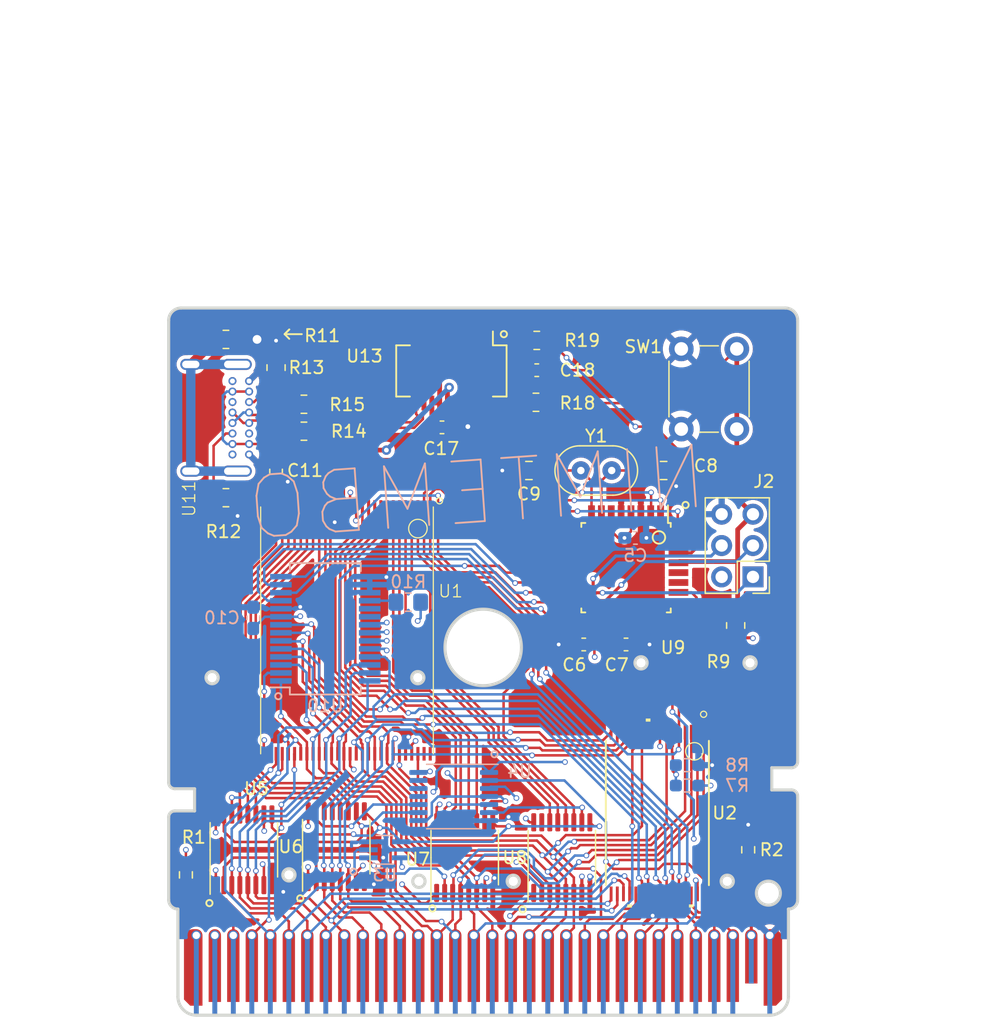
<source format=kicad_pcb>
(kicad_pcb (version 20221018) (generator pcbnew)
  (layers (0 "F.Cu" signal) (1 "In1.Cu" signal) (2 "In2.Cu" signal) (31 "B.Cu" signal) (34 "B.Paste" user) (35 "F.Paste" user) (36 "B.SilkS" user "B.Silkscreen") (37 "F.SilkS" user "F.Silkscreen") (38 "B.Mask" user) (39 "F.Mask" user) (44 "Edge.Cuts" user))
  (net 0 "")
  (net 1 "+3V3")
  (net 2 "GND")
  (net 4 "/~{Write}")
  (net 5 "/~{Read}")
  (net 6 "/~{Chip_Sel}")
  (net 7 "/muxA;D{slash}{slash}A_B0")
  (net 8 "/muxA;D{slash}{slash}A_B1")
  (net 9 "/muxA;D{slash}{slash}A_B2")
  (net 10 "/muxA;D{slash}{slash}A_B3")
  (net 11 "/muxA;D{slash}{slash}A_B4")
  (net 12 "/muxA;D{slash}{slash}A_B5")
  (net 13 "/muxA;D{slash}{slash}A_B6")
  (net 14 "/muxA;D{slash}{slash}A_B7")
  (net 15 "/muxA;D{slash}{slash}A_B8")
  (net 16 "/muxA;D{slash}{slash}A_B9")
  (net 17 "/muxA;D{slash}{slash}A_B10")
  (net 18 "/muxA;D{slash}{slash}A_B11")
  (net 19 "/muxA;D{slash}{slash}A_B12")
  (net 20 "/muxA;D{slash}{slash}A_B13")
  (net 21 "/muxA;D{slash}{slash}A_B14")
  (net 22 "/muxA;D{slash}{slash}A_B15")
  (net 23 "/A{slash}{slash}D_B0")
  (net 24 "/A{slash}{slash}D_B1")
  (net 25 "/A{slash}{slash}D_B2")
  (net 26 "/A{slash}{slash}D_B3")
  (net 27 "/A{slash}{slash}D_B4")
  (net 28 "/A{slash}{slash}D_B5")
  (net 29 "/A{slash}{slash}D_B6")
  (net 30 "/A{slash}{slash}D_B7")
  (net 31 "Net-(U9-AREF)")
  (net 32 "Net-(J1-Pin_31)")
  (net 33 "Net-(U2-CE2)")
  (net 37 "/Counters/A_Latch_B15")
  (net 38 "/Counters/A_Latch_B14")
  (net 39 "/Counters/A_Latch_B13")
  (net 40 "/Counters/A_Latch_B12")
  (net 41 "/Counters/A_Latch_B11")
  (net 42 "/Counters/A_Latch_B10")
  (net 43 "/Counters/A_Latch_B9")
  (net 44 "/Counters/A_Latch_B8")
  (net 45 "/Counters/A_Latch_B7")
  (net 46 "/Counters/A_Latch_B6")
  (net 47 "/Counters/A_Latch_B5")
  (net 48 "/Counters/A_Latch_B4")
  (net 49 "/Counters/A_Latch_B3")
  (net 50 "/Counters/A_Latch_B2")
  (net 51 "/Counters/A_Latch_B1")
  (net 55 "/Counters/A_Latch_B0")
  (net 57 "/~{Chip_Sel2}")
  (net 59 "Net-(U5-~{LOAD})")
  (net 60 "Net-(U5-CLK)")
  (net 61 "Net-(U7-ENT)")
  (net 62 "Net-(U7-RCO)")
  (net 63 "Net-(U8-ENT)")
  (net 64 "Net-(U5-RCO)")
  (net 65 "Net-(U6-RCO)")
  (net 70 "Net-(U9-PB6(XTAL1{slash}TOSC1))")
  (net 71 "Net-(U9-PB7(XTAL2{slash}TOSC2))")
  (net 72 "/USB-C/V_USB")
  (net 73 "/USB-C/D_pre+")
  (net 74 "/USB-C/D_pre-")
  (net 75 "Net-(U13-3V3OUT)")
  (net 76 "Net-(U13-~{DTR})")
  (net 77 "/Atmega/~{RESET}")
  (net 78 "/Atmega/MISO")
  (net 79 "+5V")
  (net 80 "/Atmega/SCK")
  (net 81 "/Atmega/MOSI")
  (net 82 "Net-(U10-~{RESET})")
  (net 83 "Net-(U11-SHIELD)")
  (net 84 "Net-(U11-CC2)")
  (net 85 "Net-(U11-CC1)")
  (net 86 "/USB-C/D-")
  (net 87 "/USB-C/D+")
  (net 88 "Net-(U13-TXD)")
  (net 89 "/Atmega/RXD")
  (net 90 "Net-(U13-RXD)")
  (net 91 "/Atmega/TXD")
  (net 92 "/Atmega/CS_IOexp")
  (footprint "Capacitor_SMD:C_0603_1608Metric_Pad1.08x0.95mm_HandSolder" (layer "F.Cu") (at 22.1615 -16.831)
    (fp_text reference "C17")
    (fp_text value "0.1uF")
  )
  (footprint "Resistor_SMD:R_0805_2012Metric_Pad1.20x1.40mm_HandSolder" (layer "F.Cu") (at 4.642853 -23.959 180)
    (fp_text reference "R11")
    (fp_text value "1M")
  )
  (footprint "Package_SO:SSOP-20_3.9x8.7mm_P0.635mm" (layer "F.Cu") (at 22.9235 -21.403 -90)
    (fp_text reference "U13")
    (fp_text value "FT231XS-R")
  )
  (footprint "Resistor_SMD:R_0805_2012Metric_Pad1.20x1.40mm_HandSolder" (layer "F.Cu") (at 8.706853 -21.673 -90)
    (fp_text reference "R13")
    (fp_text value "5.11k")
  )
  (footprint "0_Library:56-TFSOP (18.40mm Width)" (layer "F.Cu") (at 14.458 -0.381 -90)
    (fp_text reference "U1")
    (fp_text value "MT28EW256ABA1LJS-0SIT")
  )
  (footprint "Capacitor_SMD:C_0805_2012Metric_Pad1.18x1.45mm_HandSolder" (layer "F.Cu") (at 29.21 -13.335 180)
    (fp_text reference "C9")
    (fp_text value "22pF")
  )
  (footprint "Package_SO:TSSOP-16_4.4x5mm_P0.65mm" (layer "F.Cu") (at 13.589 17.145 90)
    (fp_text reference "U6")
    (fp_text value "SN74LV163APWR")
  )
  (footprint "Package_SO:TSSOP-16_4.4x5mm_P0.65mm" (layer "F.Cu") (at 6.096 17.399 90)
    (fp_text reference "U5")
    (fp_text value "SN74LV163APWR")
  )
  (footprint "Resistor_SMD:R_0805_2012Metric_Pad1.20x1.40mm_HandSolder" (layer "F.Cu") (at 10.967453 -18.703628)
    (fp_text reference "R15")
    (fp_text value "27R")
  )
  (footprint "Resistor_SMD:R_0805_2012Metric_Pad1.20x1.40mm_HandSolder" (layer "F.Cu") (at 45.974 -0.778 90)
    (fp_text reference "R9")
    (fp_text value "1k")
  )
  (footprint "Capacitor_SMD:C_0805_2012Metric_Pad1.18x1.45mm_HandSolder" (layer "F.Cu") (at 40.132 -13.335)
    (fp_text reference "C8")
    (fp_text value "22pF")
  )
  (footprint "Package_QFP:TQFP-32_7x7mm_P0.8mm" (layer "F.Cu") (at 37.084 -5.461 -90)
    (fp_text reference "U9")
    (fp_text value "~")
  )
  (footprint "Resistor_SMD:R_0603_1608Metric_Pad0.98x0.95mm_HandSolder" (layer "F.Cu") (at 1.397 19.431 90)
    (fp_text reference "R1")
    (fp_text value "DNU")
  )
  (footprint "Resistor_SMD:R_0805_2012Metric_Pad1.20x1.40mm_HandSolder" (layer "F.Cu") (at 29.7815 -18.863)
    (fp_text reference "R18")
    (fp_text value "1k")
  )
  (footprint "Package_SO:TSSOP-16_4.4x5mm_P0.65mm" (layer "F.Cu") (at 31.877 18.034 90)
    (fp_text reference "U8")
    (fp_text value "SN74LV163APWR")
  )
  (footprint "0_Library:USB-C" (layer "F.Cu") (at 5.170853 -17.609 -90)
    (fp_text reference "U11")
    (fp_text value "USB4085-GF-A")
  )
  (footprint "Capacitor_SMD:C_0603_1608Metric_Pad1.08x0.95mm_HandSolder" (layer "F.Cu") (at 29.845 -21.463)
    (fp_text reference "C18")
    (fp_text value "0.1uF")
  )
  (footprint "0_Library:important" (layer "F.Cu") (at 47.879 4.953)
    (fp_text reference "COS1" hide)
    (fp_text value "~" hide)
  )
  (footprint "Button_Switch_THT:SW_PUSH_6mm" (layer "F.Cu") (at 46.065 -23.189 -90)
    (fp_text reference "SW1")
    (fp_text value "SW_Push")
  )
  (footprint "Resistor_SMD:R_0805_2012Metric_Pad1.20x1.40mm_HandSolder" (layer "F.Cu") (at 4.642853 -11.132 180)
    (fp_text reference "R12")
    (fp_text value "5.11k")
  )
  (footprint "Capacitor_SMD:C_0603_1608Metric_Pad1.08x0.95mm_HandSolder" (layer "F.Cu") (at 37.084 0.762 180)
    (fp_text reference "C7")
    (fp_text value "0.1uF")
  )
  (footprint "0_Library:GAYBUS" (layer "F.Cu") (at 25.51 24.33)
    (fp_text reference "J1" hide)
    (fp_text value "Conn_01x32" hide)
  )
  (footprint "0_Library:TSOP-32" (layer "F.Cu") (at 39.624 14.41795 -90)
    (fp_text reference "U2")
    (fp_text value "FM28V100-TG")
  )
  (footprint "Resistor_SMD:R_0603_1608Metric_Pad0.98x0.95mm_HandSolder" (layer "F.Cu") (at 46.99 17.399 90)
    (fp_text reference "R2")
    (fp_text value "DNU")
  )
  (footprint "Capacitor_SMD:C_0603_1608Metric_Pad1.08x0.95mm_HandSolder" (layer "F.Cu") (at 8.706853 -13.291 -90)
    (fp_text reference "C11")
    (fp_text value "10nF")
  )
  (footprint "0_Library:xtal" (layer "F.Cu") (at 34.671 -13.335)
    (fp_text reference "Y1")
    (fp_text value "16 MHz" hide)
  )
  (footprint "Capacitor_SMD:C_0603_1608Metric_Pad1.08x0.95mm_HandSolder" (layer "F.Cu") (at 33.655 0.762)
    (fp_text reference "C6")
    (fp_text value "0.1uF")
  )
  (footprint "Resistor_SMD:R_0805_2012Metric_Pad1.20x1.40mm_HandSolder" (layer "F.Cu") (at 10.967453 -16.520009)
    (fp_text reference "R14")
    (fp_text value "27R")
  )
  (footprint "Connector_PinHeader_2.54mm:PinHeader_2x03_P2.54mm_Vertical" (layer "F.Cu") (at 47.376 -4.714 180)
    (fp_text reference "J2")
    (fp_text value "Conn_02x03_Odd_Even")
  )
  (footprint "Package_SO:TSSOP-16_4.4x5mm_P0.65mm" (layer "F.Cu") (at 24.003 18.034 90)
    (fp_text reference "U7")
    (fp_text value "SN74LV163APWR")
  )
  (footprint "Resistor_SMD:R_0805_2012Metric_Pad1.20x1.40mm_HandSolder" (layer "F.Cu") (at 29.845 -23.876)
    (fp_text reference "R19")
    (fp_text value "1k")
  )
  (footprint "Capacitor_SMD:C_0603_1608Metric_Pad1.08x0.95mm_HandSolder" (layer "B.Cu") (at 37.846 -7.874)
    (fp_text reference "C5")
    (fp_text value "0.1uF")
  )
  (footprint "Package_SO:TSSOP-14_4.4x5mm_P0.65mm" (layer "B.Cu") (at 23.114 13.081 180)
    (fp_text reference "U4")
    (fp_text value "74LS08")
  )
  (footprint "Resistor_SMD:R_0805_2012Metric_Pad1.20x1.40mm_HandSolder" (layer "B.Cu") (at 19.431 -2.667 180)
    (fp_text reference "R10")
    (fp_text value "10k")
  )
  (footprint "Package_TO_SOT_SMD:SOT-353_SC-70-5_Handsoldering" (layer "B.Cu") (at 17.526 17.399)
    (fp_text reference "U3")
    (fp_text value "74AHC1G14SE-7")
  )
  (footprint "Resistor_SMD:R_0603_1608Metric_Pad0.98x0.95mm_HandSolder" (layer "B.Cu") (at 42.037 12.192)
    (fp_text reference "R7")
    (fp_text value "DNU")
  )
  (footprint "Capacitor_SMD:C_0603_1608Metric_Pad1.08x0.95mm_HandSolder" (layer "B.Cu") (at 6.858 -1.397 90)
    (fp_text reference "C10")
    (fp_text value "0.1uF")
  )
  (footprint "Package_SO:SSOP-28_5.3x10.2mm_P0.65mm" (layer "B.Cu") (at 12.7 -0.508)
    (fp_text reference "U10")
    (fp_text value "MCP23S17-E/SS")
  )
  (footprint "Resistor_SMD:R_0603_1608Metric_Pad0.98x0.95mm_HandSolder" (layer "B.Cu") (at 42.037 10.541)
    (fp_text reference "R8")
    (fp_text value "DNU")
  )
  (gr_circle (center 14.986 19.177) (end 14.986 18.923) (stroke (width 0.15)) (fill none) (layer "B.SilkS"))
  (gr_circle (center 26.416 9.652) (end 26.416 9.398) (stroke (width 0.15)) (fill none) (layer "B.SilkS"))
  (gr_circle (center 8.89 4.953) (end 8.89 4.699) (stroke (width 0.15)) (fill none) (layer "B.SilkS"))
  (gr_circle (center 10.668 21.336) (end 10.668 21.082) (stroke (width 0.15)) (fill none) (layer "F.SilkS"))
  (gr_line (start 10.795 -24.384) (end 9.398 -24.384) (stroke (width 0.15)) (layer "F.SilkS"))
  (gr_line (start 9.398 -24.384) (end 9.779 -24.003) (stroke (width 0.15)) (layer "F.SilkS"))
  (gr_line (start 9.398 -24.384) (end 9.779 -24.765) (stroke (width 0.15)) (layer "F.SilkS"))
  (gr_circle (center 41.91 -10.541) (end 41.91 -10.795) (stroke (width 0.15)) (fill none) (layer "F.SilkS"))
  (gr_circle (center 3.302 21.717) (end 3.302 21.463) (stroke (width 0.15)) (fill none) (layer "F.SilkS"))
  (gr_circle (center 27.178 -24.384) (end 27.178 -24.638) (stroke (width 0.15)) (fill none) (layer "F.SilkS"))
  (gr_circle (center 39.751 -7.914541) (end 39.751 -8.422541) (stroke (width 0.15)) (fill none) (layer "F.SilkS"))
  (gr_line (start 9.779 -24.765) (end 9.398 -24.384) (stroke (width 0.15)) (layer "F.SilkS"))
  (gr_circle (center 21.384257 22.146257) (end 21.384257 21.892257) (stroke (width 0.15)) (fill none) (layer "F.SilkS"))
  (gr_circle (center 28.702 22.225) (end 28.702 21.971) (stroke (width 0.15)) (fill none) (layer "F.SilkS"))
  (gr_arc (start 0.5 12.45) (mid 0.146447 12.303553) (end 0 11.95) (stroke (width 0.25)) (layer "Edge.Cuts"))
  (gr_circle (center 3.52 3.45) (end 4.02 3.45) (stroke (width 0.25)) (fill none) (layer "Edge.Cuts"))
  (gr_line (start 48.9 12.55) (end 48.9 10.75) (stroke (width 0.25)) (layer "Edge.Cuts"))
  (gr_line (start 2.1 12.45) (end 0.5 12.45) (stroke (width 0.25)) (layer "Edge.Cuts"))
  (gr_arc (start 50 -26.5) (mid 50.707107 -26.207107) (end 51 -25.5) (stroke (width 0.25)) (layer "Edge.Cuts"))
  (gr_arc (start 0 -25.5) (mid 0.292893 -26.207107) (end 1 -26.5) (stroke (width 0.25)) (layer "Edge.Cuts"))
  (gr_circle (center 9.75 19.43) (end 10.25 19.43) (stroke (width 0.25)) (fill none) (layer "Edge.Cuts"))
  (gr_circle (center 20.2 3.45) (end 20.7 3.45) (stroke (width 0.25)) (fill none) (layer "Edge.Cuts"))
  (gr_line (start 2.1 14.25) (end 2.1 12.45) (stroke (width 0.25)) (layer "Edge.Cuts"))
  (gr_line (start 51 21.45) (end 51 13.05) (stroke (width 0.25)) (layer "Edge.Cuts"))
  (gr_line (start 0 -25.5) (end 0 11.95) (stroke (width 0.25)) (layer "Edge.Cuts"))
  (gr_circle (center 20.29 19.95) (end 20.79 19.95) (stroke (width 0.25)) (fill none) (layer "Edge.Cuts"))
  (gr_arc (start 2.25 30.8) (mid 1.18934 30.36066) (end 0.75 29.3) (stroke (width 0.25)) (layer "Edge.Cuts"))
  (gr_line (start 50.5 12.55) (end 48.9 12.55) (stroke (width 0.25)) (layer "Edge.Cuts"))
  (gr_arc (start 0 14.75) (mid 0.146447 14.396447) (end 0.5 14.25) (stroke (width 0.25)) (layer "Edge.Cuts"))
  (gr_arc (start 50.5 12.55) (mid 50.853553 12.696447) (end 51 13.05) (stroke (width 0.25)) (layer "Edge.Cuts"))
  (gr_arc (start 51 21.45) (mid 50.78033 21.98033) (end 50.25 22.2) (stroke (width 0.25)) (layer "Edge.Cuts"))
  (gr_line (start 51 10.25) (end 51 -25.5) (stroke (width 0.25)) (layer "Edge.Cuts"))
  (gr_circle (center 27.94 19.95) (end 28.44 19.95) (stroke (width 0.25)) (fill none) (layer "Edge.Cuts"))
  (gr_line (start 48.9 10.75) (end 50.5 10.75) (stroke (width 0.25)) (layer "Edge.Cuts"))
  (gr_circle (center 25.5 1) (end 28.6 1) (stroke (width 0.25)) (fill none) (layer "Edge.Cuts"))
  (gr_arc (start 0.75 22.2) (mid 0.21967 21.98033) (end 0 21.45) (stroke (width 0.25)) (layer "Edge.Cuts"))
  (gr_line (start 2.25 30.8) (end 48.75 30.8) (stroke (width 0.25)) (layer "Edge.Cuts"))
  (gr_circle (center 45.29 19.95) (end 45.79 19.95) (stroke (width 0.25)) (fill none) (layer "Edge.Cuts"))
  (gr_circle (center 48.627 20.91) (end 49.602 20.91) (stroke (width 0.25)) (fill none) (layer "Edge.Cuts"))
  (gr_circle (center 47.14 2.25) (end 47.64 2.25) (stroke (width 0.25)) (fill none) (layer "Edge.Cuts"))
  (gr_line (start 50.25 29.3) (end 50.25 22.2) (stroke (width 0.25)) (layer "Edge.Cuts"))
  (gr_circle (center 38.3 2.25) (end 38.8 2.25) (stroke (width 0.25)) (fill none) (layer "Edge.Cuts"))
  (gr_line (start 0 14.75) (end 0 21.45) (stroke (width 0.25)) (layer "Edge.Cuts"))
  (gr_arc (start 50.25 29.3) (mid 49.81066 30.36066) (end 48.75 30.8) (stroke (width 0.25)) (layer "Edge.Cuts"))
  (gr_line (start 50 -26.5) (end 1 -26.5) (stroke (width 0.25)) (layer "Edge.Cuts"))
  (gr_line (start 0.75 22.2) (end 0.75 29.3) (stroke (width 0.25)) (layer "Edge.Cuts"))
  (gr_arc (start 51 10.25) (mid 50.853553 10.603553) (end 50.5 10.75) (stroke (width 0.25)) (layer "Edge.Cuts"))
  (gr_line (start 0.5 14.25) (end 2.1 14.25) (stroke (width 0.25)) (layer "Edge.Cuts"))
  (gr_text "NIMTEMBO" (at 44.069 -9.906 4) (layer "B.SilkS") (effects (font (size 5 5)) (justify left bottom mirror)))
  (segment (start 29.602 15.1715) (end 29.2685 15.1715) (width 0.2032) (layer "F.Cu") (net 1))
  (segment (start 39.844301 9.017) (end 39.8336 9.006299) (width 0.2032) (layer "F.Cu") (net 1))
  (segment (start 34.5175 0.762) (end 34.5175 1.7515) (width 0.2032) (layer "F.Cu") (net 1))
  (segment (start 14.708 -11.533) (end 14.732 -11.557) (width 0.2032) (layer "F.Cu") (net 1))
  (segment (start 7.708 9.619) (end 7.708 8.548) (width 0.2032) (layer "F.Cu") (net 1))
  (segment (start 14.708 -10.381) (end 14.708 -11.533) (width 0.2032) (layer "F.Cu") (net 1))
  (segment (start 35.084 0.1955) (end 34.5175 0.762) (width 0.2032) (layer "F.Cu") (net 1))
  (segment (start 47.339 0.222) (end 47.371 0.254) (width 0.25) (layer "F.Cu") (net 1))
  (segment (start 25.628 19.816297) (end 25.759297 19.685) (width 0.2032) (layer "F.Cu") (net 1))
  (segment (start 3.821 19.061) (end 3.81 19.05) (width 0.2032) (layer "F.Cu") (net 1))
  (segment (start 21.728 20.8965) (end 20.9075 21.717) (width 0.2032) (layer "F.Cu") (net 1))
  (segment (start 25.628 20.8965) (end 25.628 19.816297) (width 0.2032) (layer "F.Cu") (net 1))
  (segment (start 20.447 21.717) (end 18.923 20.193) (width 0.2032) (layer "F.Cu") (net 1))
  (segment (start 21.728 13.959) (end 21.971 13.716) (width 0.2032) (layer "F.Cu") (net 1))
  (segment (start 3.821 15.991) (end 3.81 16.002) (width 0.2032) (layer "F.Cu") (net 1))
  (segment (start 35.884 -9.711) (end 35.884 -8.439) (width 0.2032) (layer "F.Cu") (net 1))
  (segment (start 34.5175 1.7515) (end 34.544 1.778) (width 0.2032) (layer "F.Cu") (net 1))
  (segment (start 7.721 15.849) (end 7.747 15.875) (width 0.2032) (layer "F.Cu") (net 1))
  (segment (start 14.708 9.619) (end 14.708 10.59855) (width 0.2032) (layer "F.Cu") (net 1))
  (segment (start 27.7438 22.7547) (end 29.602 20.8965) (width 0.2032) (layer "F.Cu") (net 1))
  (segment (start 3.821 14.5365) (end 3.821 15.991) (width 0.2032) (layer "F.Cu") (net 1))
  (segment (start 39.8336 9.006299) (end 39.8336 7.90515) (width 0.2032) (layer "F.Cu") (net 1))
  (segment (start 37.484 -8.401) (end 36.957 -7.874) (width 0.2032) (layer "F.Cu") (net 1))
  (segment (start 36.449 -7.874) (end 36.957 -7.874) (width 0.2032) (layer "F.Cu") (net 1))
  (segment (start 11.303 19.9965) (end 11.314 20.0075) (width 0.2032) (layer "F.Cu") (net 1))
  (segment (start 20.9075 21.717) (end 20.447 21.717) (width 0.2032) (layer "F.Cu") (net 1))
  (segment (start 20.018266 8.575597) (end 19.708 8.885863) (width 0.2032) (layer "F.Cu") (net 1))
  (segment (start 37.484 -9.711) (end 37.484 -8.401) (width 0.2032) (layer "F.Cu") (net 1))
  (segment (start 7.721 14.5365) (end 7.721 15.849) (width 0.2032) (layer "F.Cu") (net 1))
  (segment (start 15.214 19.211102) (end 15.748 18.677102) (width 0.2032) (layer "F.Cu") (net 1))
  (segment (start 29.2685 15.1715) (end 28.956 14.859) (width 0.2032) (layer "F.Cu") (net 1))
  (segment (start 3.821 20.2615) (end 3.821 19.061) (width 0.2032) (layer "F.Cu") (net 1))
  (segment (start 1.397 18.5185) (end 1.397 17.399) (width 0.2032) (layer "F.Cu") (net 1))
  (segment (start 21.728 15.1715) (end 21.728 13.959) (width 0.2032) (layer "F.Cu") (net 1))
  (segment (start 33.502 20.8965) (end 33.502 19.562297) (width 0.254) (layer "F.Cu") (net 1))
  (segment (start 35.884 -8.439) (end 36.449 -7.874) (width 0.2032) (layer "F.Cu") (net 1))
  (segment (start 7.721 18.6647) (end 7.721 20.2615) (width 0.2032) (layer "F.Cu") (net 1))
  (segment (start 33.502 19.562297) (end 33.506297 19.558) (width 0.254) (layer "F.Cu") (net 1))
  (segment (start 11.303 18.796) (end 11.303 19.9965) (width 0.2032) (layer "F.Cu") (net 1))
  (segment (start 11.314 14.2825) (end 11.314 15.483) (width 0.2032) (layer "F.Cu") (net 1))
  (segment (start 11.314 15.483) (end 11.303 15.494) (width 0.2032) (layer "F.Cu") (net 1))
  (segment (start 35.084 -1.211) (end 35.084 0.1955) (width 0.2032) (layer "F.Cu") (net 1))
  (segment (start 45.974 0.222) (end 47.339 0.222) (width 0.25) (layer "F.Cu") (net 1))
  (segment (start 19.708 8.885863) (end 19.708 9.619) (width 0.2032) (layer "F.Cu") (net 1))
  (segment (start 7.62 18.5637) (end 7.721 18.6647) (width 0.2032) (layer "F.Cu") (net 1))
  (segment (start 39.8336 7.90515) (end 39.874 7.86475) (width 0.2032) (layer "F.Cu") (net 1))
  (segment (start 15.214 20.0075) (end 15.214 19.211102) (width 0.2032) (layer "F.Cu") (net 1))
  (segment (start 7.708 8.548) (end 7.747 8.509) (width 0.2032) (layer "F.Cu") (net 1))
  (segment (start 27.677741 22.7547) (end 27.7438 22.7547) (width 0.2032) (layer "F.Cu") (net 1))
  (segment (start 14.708 10.59855) (end 15.008725 10.899275) (width 0.2032) (layer "F.Cu") (net 1))
  (via (at 47.371 0.254) (size 0.4572) (drill 0.3048) (layers "F.Cu" "B.Cu") (net 1))
  (via (at 1.397 17.399) (size 0.4572) (drill 0.3048) (layers "F.Cu" "B.Cu") (net 1))
  (via (at 7.747 15.875) (size 0.4572) (drill 0.3048) (layers "F.Cu" "B.Cu") (net 1))
  (via (at 27.677741 22.7547) (size 0.4572) (drill 0.3048) (layers "F.Cu" "B.Cu") (net 1))
  (via (at 36.957 -7.874) (size 0.4572) (drill 0.3048) (layers "F.Cu" "B.Cu") (net 1))
  (via (at 7.747 8.509) (size 0.4572) (drill 0.3048) (layers "F.Cu" "B.Cu") (net 1))
  (via (at 20.193 -1.143) (size 0.4572) (drill 0.3048) (layers "F.Cu" "B.Cu") (net 1))
  (via (at 10.668 -1.524) (size 0.4572) (drill 0.3048) (layers "F.Cu" "B.Cu") (net 1))
  (via (at 18.923 18.796) (size 0.4572) (drill 0.3048) (layers "F.Cu" "B.Cu") (net 1))
  (via (at 11.303 18.796) (size 0.4572) (drill 0.3048) (layers "F.Cu" "B.Cu") (net 1))
  (via (at 15.748 18.677102) (size 0.4572) (drill 0.3048) (layers "F.Cu" "B.Cu") (net 1))
  (via (at 28.956 14.859) (size 0.4572) (drill 0.3048) (layers "F.Cu" "B.Cu") (net 1))
  (via (at 7.62 18.5637) (size 0.4572) (drill 0.3048) (layers "F.Cu" "B.Cu") (net 1))
  (via (at 21.1873 11.049) (size 0.4572) (drill 0.3048) (layers "F.Cu" "B.Cu") (net 1))
  (via (at 43.942 12.192) (size 0.4572) (drill 0.3048) (layers "F.Cu" "B.Cu") (net 1))
  (via (at 25.759297 19.685) (size 0.4572) (drill 0.3048) (layers "F.Cu" "B.Cu") (net 1))
  (via (at 33.506297 19.558) (size 0.4572) (drill 0.3048) (layers "F.Cu" "B.Cu") (net 1))
  (via (at 18.923 20.193) (size 0.4572) (drill 0.3048) (layers "F.Cu" "B.Cu") (net 1))
  (via (at 15.008725 10.899275) (size 0.4572) (drill 0.3048) (layers "F.Cu" "B.Cu") (net 1))
  (via (at 14.732 -11.557) (size 0.4572) (drill 0.3048) (layers "F.Cu" "B.Cu") (net 1))
  (via (at 11.303 15.494) (size 0.4572) (drill 0.3048) (layers "F.Cu" "B.Cu") (net 1))
  (via (at 3.81 19.05) (size 0.4572) (drill 0.3048) (layers "F.Cu" "B.Cu") (net 1))
  (via (at 3.81 16.002) (size 0.4572) (drill 0.3048) (layers "F.Cu" "B.Cu") (net 1))
  (via (at 21.971 13.716) (size 0.4572) (drill 0.3048) (layers "F.Cu" "B.Cu") (net 1))
  (via (at 34.544 1.778) (size 0.4572) (drill 0.3048) (layers "F.Cu" "B.Cu") (net 1))
  (via (at 39.844301 9.017) (size 0.4572) (drill 0.3048) (layers "F.Cu" "B.Cu") (net 1))
  (via (at 20.018266 8.575597) (size 0.4572) (drill 0.3048) (layers "F.Cu" "B.Cu") (net 1))
  (segment (start 9.1 -1.483) (end 10.627 -1.483) (width 0.2032) (layer "B.Cu") (net 1))
  (segment (start 18.856 18.049) (end 18.856 18.729) (width 0.2032) (layer "B.Cu") (net 1))
  (segment (start 36.957 -7.874) (end 36.9835 -7.874) (width 0.2032) (layer "B.Cu") (net 1))
  (segment (start 10.627 -1.483) (end 10.668 -1.524) (width 0.2032) (layer "B.Cu") (net 1))
  (segment (start 21.1873 11.049) (end 20.3335 11.049) (width 0.2032) (layer "B.Cu") (net 1))
  (segment (start 42.9495 12.192) (end 43.942 12.192) (width 0.2032) (layer "B.Cu") (net 1))
  (segment (start 20.3335 11.049) (end 20.2515 11.131) (width 0.2032) (layer "B.Cu") (net 1))
  (segment (start 20.431 -1.381) (end 20.193 -1.143) (width 0.2032) (layer "B.Cu") (net 1))
  (segment (start 18.856 18.729) (end 18.923 18.796) (width 0.2032) (layer "B.Cu") (net 1))
  (segment (start 20.431 -2.667) (end 20.431 -1.381) (width 0.2032) (layer "B.Cu") (net 1))
  (segment (start 9.1 -1.483) (end 7.8065 -1.483) (width 0.2032) (layer "B.Cu") (net 1))
  (segment (start 7.8065 -1.483) (end 6.858 -0.5345) (width 0.2032) (layer "B.Cu") (net 1))
  (segment (start 34.152 19.569) (end 34.163 19.558) (width 0.254) (layer "F.Cu") (net 2))
  (segment (start 9.2927 20.8063) (end 8.9158 20.8063) (width 0.2032) (layer "F.Cu") (net 2))
  (segment (start 41.1695 -12.0865) (end 41.148 -12.065) (width 0.2032) (layer "F.Cu") (net 2))
  (segment (start 38.284 -8.325) (end 38.735 -7.874) (width 0.2032) (layer "F.Cu") (net 2))
  (segment (start 39.374 20.97115) (end 39.374 22.602) (width 0.254) (layer "F.Cu") (net 2))
  (segment (start 37.9465 0.762) (end 38.989 0.762) (width 0.2032) (layer "F.Cu") (net 2))
  (segment (start 32.7925 0.762) (end 31.623 0.762) (width 0.2032) (layer "F.Cu") (net 2))
  (segment (start 37.465 -2.411) (end 37.465 -2.921) (width 0.381) (layer "F.Cu") (net 2))
  (segment (start 37.484 0.2995) (end 37.9465 0.762) (width 0.381) (layer "F.Cu") (net 2))
  (segment (start 5.642853 -9.706853) (end 5.588 -9.652) (width 0.2032) (layer "F.Cu") (net 2))
  (segment (start 8.382 20.32) (end 8.371 20.309) (width 0.2032) (layer "F.Cu") (net 2))
  (segment (start 15.864 20.0075) (end 16.4515 20.0075) (width 0.2032) (layer "F.Cu") (net 2))
  (segment (start 23.241 -17.048) (end 23.024 -16.831) (width 0.381) (layer "F.Cu") (net 2))
  (segment (start 38.284 -9.711) (end 38.284 -8.325) (width 0.2032) (layer "F.Cu") (net 2))
  (segment (start 28.1725 -13.335) (end 27.051 -13.335) (width 0.2032) (layer "F.Cu") (net 2))
  (segment (start 23.241 -18.803) (end 23.241 -17.048) (width 0.381) (layer "F.Cu") (net 2))
  (segment (start 8.9158 20.8063) (end 8.371 20.2615) (width 0.2032) (layer "F.Cu") (net 2))
  (segment (start 9.652 -12.4285) (end 8.706853 -12.4285) (width 0.2032) (layer "F.Cu") (net 2))
  (segment (start 34.152 20.8965) (end 34.152 19.569) (width 0.254) (layer "F.Cu") (net 2))
  (segment (start 9.463187 8.443813) (end 9.708 8.688626) (width 0.2032) (layer "F.Cu") (net 2))
  (segment (start 16.4515 20.0075) (end 16.637 20.193) (width 0.2032) (layer "F.Cu") (net 2))
  (segment (start 13.708 -10.381) (end 13.708 -9.39) (width 0.2032) (layer "F.Cu") (net 2))
  (segment (start 7.165853 -23.959) (end 5.642853 -23.959) (width 0.762) (layer "F.Cu") (net 2))
  (segment (start 13.708 -9.39) (end 13.462 -9.144) (width 0.2032) (layer "F.Cu") (net 2))
  (segment (start 38.0762 -10.922) (end 38.284 -10.7142) (width 0.2032) (layer "F.Cu") (net 2))
  (segment (start 8.706853 -22.673) (end 8.706853 -23.856619) (width 0.2032) (layer "F.Cu") (net 2))
  (segment (start 39.374 22.602) (end 39.243 22.733) (width 0.254) (layer "F.Cu") (net 2))
  (segment (start 8.371 20.2615) (end 8.371 20.309) (width 0.2032) (layer "F.Cu") (net 2))
  (segment (start 19.208 8.478) (end 19.208 9.619) (width 0.2032) (layer "F.Cu") (net 2))
  (segment (start 26.278 20.8965) (end 26.278 19.823) (width 0.2032) (layer "F.Cu") (net 2))
  (segment (start 36.8918 -10.922) (end 38.0762 -10.922) (width 0.2032) (layer "F.Cu") (net 2))
  (segment (start 41.1695 -13.335) (end 41.1695 -12.0865) (width 0.2032) (layer "F.Cu") (net 2))
  (segment (start 26.278 19.823) (end 26.416 19.685) (width 0.2032) (layer "F.Cu") (net 2))
  (segment (start 38.284 -10.7142) (end 38.284 -9.711) (width 0.2032) (layer "F.Cu") (net 2))
  (segment (start 46.99 16.4865) (end 46.99 15.367) (width 0.2032) (layer "F.Cu") (net 2))
  (segment (start 19.431 8.255) (end 19.208 8.478) (width 0.2032) (layer "F.Cu") (net 2))
  (segment (start 23.024 -16.831) (end 24.197 -16.831) (width 0.381) (layer "F.Cu") (net 2))
  (segment (start 36.684 -9.711) (end 36.684 -10.7142) (width 0.2032) (layer "F.Cu") (net 2))
  (segment (start 37.484 -1.211) (end 37.484 -2.392) (width 0.381) (layer "F.Cu") (net 2))
  (segment (start 5.642853 -11.132) (end 5.642853 -9.706853) (width 0.2032) (layer "F.Cu") (net 2))
  (segment (start 9.708 8.688626) (end 9.708 9.619) (width 0.2032) (layer "F.Cu") (net 2))
  (segment (start 24.197 -16.831) (end 24.257 -16.891) (width 0.381) (layer "F.Cu") (net 2))
  (segment (start 36.684 -10.7142) (end 36.8918 -10.922) (width 0.2032) (layer "F.Cu") (net 2))
  (segment (start 37.484 -1.211) (end 37.484 0.2995) (width 0.381) (layer "F.Cu") (net 2))
  (via (at 16.637 20.193) (size 0.4572) (drill 0.3048) (layers "F.Cu" "B.Cu") (net 2))
  (via (at 9.652 -12.4285) (size 0.4572) (drill 0.3048) (layers "F.Cu" "B.Cu") (net 2))
  (via (at 34.163 19.558) (size 0.4572) (drill 0.3048) (layers "F.Cu" "B.Cu") (net 2))
  (via (at 46.99 15.367) (size 0.4572) (drill 0.3048) (layers "F.Cu" "B.Cu") (net 2))
  (via (at 5.588 -9.652) (size 0.4572) (drill 0.3048) (layers "F.Cu" "B.Cu") (net 2))
  (via (at 24.257 -16.891) (size 0.762) (drill 0.381) (layers "F.Cu" "B.Cu") (net 2))
  (via (at 13.462 -9.144) (size 0.4572) (drill 0.3048) (layers "F.Cu" "B.Cu") (net 2))
  (via (at 17.653 -4.699) (size 0.4572) (drill 0.3048) (layers "F.Cu" "B.Cu") (net 2))
  (via (at 8.706853 -23.856619) (size 0.4572) (drill 0.3048) (layers "F.Cu" "B.Cu") (net 2))
  (via (at 26.416 19.685) (size 0.4572) (drill 0.3048) (layers "F.Cu" "B.Cu") (net 2))
  (via (at 7.165853 -23.959) (size 1.27) (drill 0.7112) (layers "F.Cu" "B.Cu") (net 2))
  (via (at 27.051 -13.335) (size 0.4572) (drill 0.3048) (layers "F.Cu" "B.Cu") (net 2))
  (via (at 9.2927 20.8063) (size 0.4572) (drill 0.3048) (layers "F.Cu" "B.Cu") (net 2))
  (via (at 19.431 8.255) (size 0.4572) (drill 0.3048) (layers "F.Cu" "B.Cu") (net 2))
  (via (at 31.623 0.762) (size 0.4572) (drill 0.3048) (layers "F.Cu" "B.Cu") (net 2))
  (via (at 9.463187 8.443813) (size 0.4572) (drill 0.3048) (layers "F.Cu" "B.Cu") (net 2))
  (via (at 44.069 10.541) (size 0.4572) (drill 0.3048) (layers "F.Cu" "B.Cu") (net 2))
  (via (at 41.148 -12.065) (size 0.4572) (drill 0.3048) (layers "F.Cu" "B.Cu") (net 2))
  (via (at 38.735 -7.874) (size 0.4572) (drill 0.3048) (layers "F.Cu" "B.Cu") (net 2))
  (via (at 17.399 18.034) (size 0.4572) (drill 0.3048) (layers "F.Cu" "B.Cu") (net 2))
  (via (at 38.989 0.762) (size 0.4572) (drill 0.3048) (layers "F.Cu" "B.Cu") (net 2))
  (via (at 27.559 14.732) (size 0.4572) (drill 0.3048) (layers "F.Cu" "B.Cu") (net 2))
  (via (at 10.668 -2.286) (size 0.4572) (drill 0.3048) (layers "F.Cu" "B.Cu") (net 2))
  (via (at 39.243 22.733) (size 0.4572) (drill 0.3048) (layers "F.Cu" "B.Cu") (net 2))
  (segment (start 9.1 -2.133) (end 10.515 -2.133) (width 0.2032) (layer "B.Cu") (net 2))
  (segment (start 42.9495 10.541) (end 44.069 10.541) (width 0.2032) (layer "B.Cu") (net 2))
  (segment (start 10.515 -2.133) (end 10.668 -2.286) (width 0.2032) (layer "B.Cu") (net 2))
  (segment (start 16.334 -4.699) (end 16.3 -4.733) (width 0.2032) (layer "B.Cu") (net 2))
  (segment (start 16.196 16.749) (end 17.1492 16.749) (width 0.2032) (layer "B.Cu") (net 2))
  (segment (start 27.26 15.031) (end 27.559 14.732) (width 0.2032) (layer "B.Cu") (net 2))
  (segment (start 25.9765 15.031) (end 27.26 15.031) (width 0.2032) (layer "B.Cu") (net 2))
  (segment (start 6.9845 -2.133) (end 6.858 -2.2595) (width 0.2032) (layer "B.Cu") (net 2))
  (segment (start 9.1 -2.133) (end 6.9845 -2.133) (width 0.2032) (layer "B.Cu") (net 2))
  (segment (start 16.3 -3.433) (end 16.3 -4.733) (width 0.2032) (layer "B.Cu") (net 2))
  (segment (start 17.653 -4.699) (end 16.334 -4.699) (width 0.2032) (layer "B.Cu") (net 2))
  (segment (start 17.1492 16.749) (end 17.399 16.9988) (width 0.2032) (layer "B.Cu") (net 2))
  (segment (start 17.399 16.9988) (end 17.399 18.034) (width 0.2032) (layer "B.Cu") (net 2))
  (segment (start 30.607 -0.95121) (end 26.47821 -5.08) (width 0.2032) (layer "F.Cu") (net 4))
  (segment (start 30.607 3.048) (end 30.607 -0.95121) (width 0.2032) (layer "F.Cu") (net 4))
  (segment (start 3.1515 22.098) (end 1.397 20.3435) (width 0.2032) (layer "F.Cu") (net 4))
  (segment (start 15.208 -9.3007) (end 15.1783 -9.271) (width 0.2032) (layer "F.Cu") (net 4))
  (segment (start 5.24 22.893) (end 4.445 22.098) (width 0.2032) (layer "F.Cu") (net 4))
  (segment (start 26.47821 -5.08) (end 23.368 -5.08) (width 0.2032) (layer "F.Cu") (net 4))
  (segment (start 15.208 -10.381) (end 15.208 -9.3007) (width 0.2032) (layer "F.Cu") (net 4))
  (segment (start 41.373999 -2.621001) (end 41.334 -2.661) (width 0.2032) (layer "F.Cu") (net 4))
  (segment (start 23.368 -5.08) (end 21.844 -6.604) (width 0.2032) (layer "F.Cu") (net 4))
  (segment (start 41.344301 9.271) (end 41.373999 9.241302) (width 0.2032) (layer "F.Cu") (net 4))
  (segment (start 4.445 22.098) (end 3.1515 22.098) (width 0.2032) (layer "F.Cu") (net 4))
  (segment (start 21.844 -6.604) (end 21.844 -11.303) (width 0.2032) (layer "F.Cu") (net 4))
  (segment (start 41.373999 7.86475) (end 41.373999 -2.621001) (width 0.2032) (layer "F.Cu") (net 4))
  (segment (start 5.24 24.33) (end 5.24 22.893) (width 0.2032) (layer "F.Cu") (net 4))
  (segment (start 41.373999 9.241302) (end 41.373999 7.86475) (width 0.2032) (layer "F.Cu") (net 4))
  (via (at 41.344301 9.271) (size 0.4572) (drill 0.3048) (layers "F.Cu" "B.Cu") (net 4))
  (via (at 30.607 3.048) (size 0.4572) (drill 0.3048) (layers "F.Cu" "B.Cu") (net 4))
  (via (at 15.1783 -9.271) (size 0.4572) (drill 0.3048) (layers "F.Cu" "B.Cu") (net 4))
  (via (at 21.463 12.7) (size 0.4572) (drill 0.3048) (layers "F.Cu" "B.Cu") (net 4))
  (via (at 32.131 10.287) (size 0.4572) (drill 0.3048) (layers "F.Cu" "B.Cu") (net 4))
  (via (at 21.844 -11.303) (size 0.4572) (drill 0.3048) (layers "F.Cu" "B.Cu") (net 4))
  (segment (start 25.4749 10.6294) (end 25.9765 11.131) (width 0.2032) (layer "B.Cu") (net 4))
  (segment (start 40.963301 9.652) (end 37.211 9.652) (width 0.2032) (layer "B.Cu") (net 4))
  (segment (start 21.844 -11.303) (end 17.2103 -11.303) (width 0.2032) (layer "B.Cu") (net 4))
  (segment (start 26.8205 10.287) (end 25.9765 11.131) (width 0.2032) (layer "B.Cu") (net 4))
  (segment (start 37.211 9.652) (end 30.607 3.048) (width 0.2032) (layer "B.Cu") (net 4))
  (segment (start 22.1366 10.6294) (end 25.4749 10.6294) (width 0.2032) (layer "B.Cu") (net 4))
  (segment (start 21.71562 11.05038) (end 22.1366 10.6294) (width 0.2032) (layer "B.Cu") (net 4))
  (segment (start 41.344301 9.271) (end 40.963301 9.652) (width 0.2032) (layer "B.Cu") (net 4))
  (segment (start 21.463 12.7) (end 21.71562 12.44738) (width 0.2032) (layer "B.Cu") (net 4))
  (segment (start 21.71562 12.44738) (end 21.71562 11.05038) (width 0.2032) (layer "B.Cu") (net 4))
  (segment (start 32.131 10.287) (end 26.8205 10.287) (width 0.2032) (layer "B.Cu") (net 4))
  (segment (start 17.2103 -11.303) (end 15.1783 -9.271) (width 0.2032) (layer "B.Cu") (net 4))
  (segment (start 9.135667 15.612667) (end 9.135667 13.737223) (width 0.2032) (layer "F.Cu") (net 5))
  (segment (start 43.815 19.323183) (end 43.815 13.335) (width 0.2032) (layer "F.Cu") (net 5))
  (segment (start 9.144 15.621) (end 9.135667 15.612667) (width 0.2032) (layer "F.Cu") (net 5))
  (segment (start 44.5992 7.77555) (end 42.799 5.97535) (width 0.2032) (layer "F.Cu") (net 5))
  (segment (start 43.815 13.335) (end 44.5992 12.5508) (width 0.2032) (layer "F.Cu") (net 5))
  (segment (start 10.1891 10.922) (end 10.1891 9.6379) (width 0.2032) (layer "F.Cu") (net 5))
  (segment (start 39.7288 18.9452) (end 40.132 18.542) (width 0.2032) (layer "F.Cu") (net 5))
  (segment (start 35.4552 18.3546) (end 36.0458 18.9452) (width 0.2032) (layer "F.Cu") (net 5))
  (segment (start 42.799 5.97535) (end 42.799 -3.048) (width 0.2032) (layer "F.Cu") (net 5))
  (segment (start 36.0458 18.9452) (end 39.7288 18.9452) (width 0.2032) (layer "F.Cu") (net 5))
  (segment (start 42.799 -3.048) (end 42.386 -3.461) (width 0.2032) (layer "F.Cu") (net 5))
  (segment (start 7.9947 23.0753) (end 6.74 24.33) (width 0.2032) (layer "F.Cu") (net 5))
  (segment (start 43.374 20.97115) (end 43.374 19.764183) (width 0.2032) (layer "F.Cu") (net 5))
  (segment (start 40.132 18.542) (end 42.151817 18.542) (width 0.2032) (layer "F.Cu") (net 5))
  (segment (start 42.386 -3.461) (end 41.334 -3.461) (width 0.2032) (layer "F.Cu") (net 5))
  (segment (start 44.5992 12.5508) (end 44.5992 7.77555) (width 0.2032) (layer "F.Cu") (net 5))
  (segment (start 43.374 19.764183) (end 43.815 19.323183) (width 0.2032) (layer "F.Cu") (net 5))
  (segment (start 10.1891 9.6379) (end 10.208 9.619) (width 0.2032) (layer "F.Cu") (net 5))
  (segment (start 8.128 23.0753) (end 7.9947 23.0753) (width 0.2032) (layer "F.Cu") (net 5))
  (segment (start 43.374 19.764183) (end 42.151817 18.542) (width 0.2032) (layer "F.Cu") (net 5))
  (via (at 10.1891 10.922) (size 0.4572) (drill 0.3048) (layers "F.Cu" "B.Cu") (net 5))
  (via (at 9.135667 13.737223) (size 0.4572) (drill 0.3048) (layers "F.Cu" "B.Cu") (net 5))
  (via (at 22.606 11.176) (size 0.4572) (drill 0.3048) (layers "F.Cu" "B.Cu") (net 5))
  (via (at 8.128 23.0753) (size 0.4572) (drill 0.3048) (layers "F.Cu" "B.Cu") (net 5))
  (via (at 9.144 15.621) (size 0.4572) (drill 0.3048) (layers "F.Cu" "B.Cu") (net 5))
  (via (at 35.4552 18.3546) (size 0.4572) (drill 0.3048) (layers "F.Cu" "B.Cu") (net 5))
  (segment (start 8.128 18.321883) (end 8.128 16.637) (width 0.2032) (layer "B.Cu") (net 5))
  (segment (start 35.4552 15.147383) (end 32.088817 11.781) (width 0.2032) (layer "B.Cu") (net 5))
  (segment (start 9.135667 13.737223) (end 10.1891 12.68379) (width 0.2032) (layer "B.Cu") (net 5))
  (segment (start 8.128 18.805517) (end 8.1502 18.783317) (width 0.2032) (layer "B.Cu") (net 5))
  (segment (start 8.1502 18.344083) (end 8.128 18.321883) (width 0.2032) (layer "B.Cu") (net 5))
  (segment (start 35.4552 18.3546) (end 35.4552 15.147383) (width 0.2032) (layer "B.Cu") (net 5))
  (segment (start 23.211 11.781) (end 25.9765 11.781) (width 0.2032) (layer "B.Cu") (net 5))
  (segment (start 32.088817 11.781) (end 25.9765 11.781) (width 0.2032) (layer "B.Cu") (net 5))
  (segment (start 8.1502 18.783317) (end 8.1502 18.344083) (width 0.2032) (layer "B.Cu") (net 5))
  (segment (start 22.606 11.176) (end 23.211 11.781) (width 0.2032) (layer "B.Cu") (net 5))
  (segment (start 8.128 16.637) (end 9.144 15.621) (width 0.2032) (layer "B.Cu") (net 5))
  (segment (start 10.1891 12.68379) (end 10.1891 10.922) (width 0.2032) (layer "B.Cu") (net 5))
  (segment (start 8.128 23.0753) (end 8.128 18.805517) (width 0.2032) (layer "B.Cu") (net 5))
  (segment (start 26.77569 -5.60931) (end 27.324 -5.061) (width 0.2032) (layer "F.Cu") (net 6))
  (segment (start 9.208 10.858) (end 8.89 11.176) (width 0.2032) (layer "F.Cu") (net 6))
  (segment (start 9.208 9.619) (end 9.208 10.858) (width 0.2032) (layer "F.Cu") (net 6))
  (segment (start 23.997159 -5.60931) (end 26.77569 -5.60931) (width 0.2032) (layer "F.Cu") (net 6))
  (segment (start 27.324 -5.061) (end 32.834 -5.061) (width 0.2032) (layer "F.Cu") (net 6))
  (via (at 8.89 11.176) (size 0.4572) (drill 0.3048) (layers "F.Cu" "B.Cu") (net 6))
  (via (at 23.997159 -5.60931) (size 0.4572) (drill 0.3048) (layers "F.Cu" "B.Cu") (net 6))
  (segment (start 8.89 8.140183) (end 9.537183 7.493) (width 0.2032) (layer "B.Cu") (net 6))
  (segment (start 4.582617 15.483383) (end 4.582617 20.671017) (width 0.2032) (layer "B.Cu") (net 6))
  (segment (start 13.843 5.702879) (end 13.843 -4.445) (width 0.2032) (layer "B.Cu") (net 6))
  (segment (start 12.052879 7.493) (end 13.843 5.702879) (width 0.2032) (layer "B.Cu") (net 6))
  (segment (start 4.582617 20.671017) (end 8.24 24.3284) (width 0.2032) (layer "B.Cu") (net 6))
  (segment (start 15.00731 -5.60931) (end 23.997159 -5.60931) (width 0.2032) (layer "B.Cu") (net 6))
  (segment (start 13.843 -4.445) (end 15.00731 -5.60931) (width 0.2032) (layer "B.Cu") (net 6))
  (segment (start 13.693228 20.469772) (end 15.073309 19.089691) (width 0.2032) (layer "B.Cu") (net 6))
  (segment (start 15.2928 17.399) (end 16.196 17.399) (width 0.2032) (layer "B.Cu") (net 6))
  (segment (start 8.89 11.176) (end 4.582617 15.483383) (width 0.2032) (layer "B.Cu") (net 6))
  (segment (start 12.098628 20.469772) (end 13.693228 20.469772) (width 0.2032) (layer "B.Cu") (net 6))
  (segment (start 15.073309 19.089691) (end 15.073309 17.618491) (width 0.2032) (layer "B.Cu") (net 6))
  (segment (start 9.537183 7.493) (end 12.052879 7.493) (width 0.2032) (layer "B.Cu") (net 6))
  (segment (start 8.24 24.3284) (end 12.098628 20.469772) (width 0.2032) (layer "B.Cu") (net 6))
  (segment (start 15.073309 17.618491) (end 15.2928 17.399) (width 0.2032) (layer "B.Cu") (net 6))
  (segment (start 8.89 11.176) (end 8.89 8.140183) (width 0.2032) (layer "B.Cu") (net 6))
  (segment (start 9.0836 22.5456) (end 6.48139 22.5456) (width 0.2032) (layer "F.Cu") (net 7))
  (segment (start 5.121 21.18521) (end 5.121 20.2615) (width 0.2032) (layer "F.Cu") (net 7))
  (segment (start 37.373999 20.97115) (end 37.373999 19.940631) (width 0.2032) (layer "F.Cu") (net 7))
  (segment (start 7.747 5.978517) (end 7.747 4.572) (width 0.2032) (layer "F.Cu") (net 7))
  (segment (start 5.112817 18.913632) (end 5.121 18.921815) (width 0.2032) (layer "F.Cu") (net 7))
  (segment (start 9.74 24.33) (end 9.74 23.202) (width 0.2032) (layer "F.Cu") (net 7))
  (segment (start 5.121 18.921815) (end 5.121 20.2615) (width 0.2032) (layer "F.Cu") (net 7))
  (segment (start 10.708 8.93) (end 10.708 9.619) (width 0.2032) (layer "F.Cu") (net 7))
  (segment (start 10.277483 8.509) (end 7.747 5.978517) (width 0.2032) (layer "F.Cu") (net 7))
  (segment (start 9.74 23.202) (end 9.0836 22.5456) (width 0.2032) (layer "F.Cu") (net 7))
  (segment (start 6.48139 22.5456) (end 5.121 21.18521) (width 0.2032) (layer "F.Cu") (net 7))
  (segment (start 10.287 8.509) (end 10.277483 8.509) (width 0.2032) (layer "F.Cu") (net 7))
  (segment (start 10.287 8.509) (end 10.708 8.93) (width 0.2032) (layer "F.Cu") (net 7))
  (segment (start 37.373999 19.940631) (end 36.959095 19.525727) (width 0.2032) (layer "F.Cu") (net 7))
  (via (at 7.747 4.572) (size 0.4572) (drill 0.3048) (layers "F.Cu" "B.Cu") (net 7))
  (via (at 10.287 8.509) (size 0.4572) (drill 0.3048) (layers "F.Cu" "B.Cu") (net 7))
  (via (at 36.959095 19.525727) (size 0.4572) (drill 0.3048) (layers "F.Cu" "B.Cu") (net 7))
  (via (at 5.112817 18.913632) (size 0.4572) (drill 0.3048) (layers "F.Cu" "B.Cu") (net 7))
  (segment (start 5.112817 15.703) (end 5.112817 18.913632) (width 0.2032) (layer "B.Cu") (net 7))
  (segment (start 7.747 3.3418) (end 8.0218 3.067) (width 0.2032) (layer "B.Cu") (net 7))
  (segment (start 13.106528 20.961872) (end 9.74 24.3284) (width 0.2032) (layer "B.Cu") (net 7))
  (segment (start 36.531544 19.525727) (end 36.351117 19.3453) (width 0.2032) (layer "B.Cu") (net 7))
  (segment (start 7.747 4.572) (end 7.747 3.3418) (width 0.2032) (layer "B.Cu") (net 7))
  (segment (start 36.351117 19.3453) (end 35.911883 19.3453) (width 0.2032) (layer "B.Cu") (net 7))
  (segment (start 8.0218 3.067) (end 9.1 3.067) (width 0.2032) (layer "B.Cu") (net 7))
  (segment (start 10.287 8.509) (end 9.625893 9.170107) (width 0.2032) (layer "B.Cu") (net 7))
  (segment (start 9.625893 9.170107) (end 9.625893 11.189924) (width 0.2032) (layer "B.Cu") (net 7))
  (segment (start 34.295311 20.961872) (end 13.106528 20.961872) (width 0.2032) (layer "B.Cu") (net 7))
  (segment (start 9.625893 11.189924) (end 5.112817 15.703) (width 0.2032) (layer "B.Cu") (net 7))
  (segment (start 35.911883 19.3453) (end 34.295311 20.961872) (width 0.2032) (layer "B.Cu") (net 7))
  (segment (start 36.959095 19.525727) (end 36.531544 19.525727) (width 0.2032) (layer "B.Cu") (net 7))
  (segment (start 36.874 20.190449) (end 36.874 20.97115) (width 0.2032) (layer "F.Cu") (net 8))
  (segment (start 11.24 23.178) (end 10.2044 22.1424) (width 0.2032) (layer "F.Cu") (net 8))
  (segment (start 36.559051 19.8755) (end 36.874 20.190449) (width 0.2032) (layer "F.Cu") (net 8))
  (segment (start 6.6484 22.1424) (end 5.771 21.265) (width 0.2032) (layer "F.Cu") (net 8))
  (segment (start 11.678753 8.437336) (end 11.708 8.466583) (width 0.2032) (layer "F.Cu") (net 8))
  (segment (start 5.771 21.265) (end 5.771 20.2615) (width 0.2032) (layer "F.Cu") (net 8))
  (segment (start 11.24 24.33) (end 11.24 23.178) (width 0.2032) (layer "F.Cu") (net 8))
  (segment (start 5.766294 18.978632) (end 5.771 18.983338) (width 0.2032) (layer "F.Cu") (net 8))
  (segment (start 11.708 8.466583) (end 11.708 9.619) (width 0.2032) (layer "F.Cu") (net 8))
  (segment (start 36.1315 19.8755) (end 36.559051 19.8755) (width 0.2032) (layer "F.Cu") (net 8))
  (segment (start 10.2044 22.1424) (end 6.6484 22.1424) (width 0.2032) (layer "F.Cu") (net 8))
  (segment (start 5.771 18.983338) (end 5.771 20.2615) (width 0.2032) (layer "F.Cu") (net 8))
  (via (at 5.766294 18.978632) (size 0.4572) (drill 0.3048) (layers "F.Cu" "B.Cu") (net 8))
  (via (at 11.678753 8.437336) (size 0.4572) (drill 0.3048) (layers "F.Cu" "B.Cu") (net 8))
  (via (at 36.1315 19.8755) (size 0.4572) (drill 0.3048) (layers "F.Cu" "B.Cu") (net 8))
  (segment (start 11.678753 8.437336) (end 11.7348 8.493383) (width 0.2032) (layer "B.Cu") (net 8))
  (segment (start 11.7348 8.493383) (end 11.7348 11.887907) (width 0.2032) (layer "B.Cu") (net 8))
  (segment (start 34.641928 21.365072) (end 14.207111 21.365072) (width 0.2032) (layer "B.Cu") (net 8))
  (segment (start 11.678753 8.437336) (end 14.351 5.765089) (width 0.2032) (layer "B.Cu") (net 8))
  (segment (start 5.766294 15.950706) (end 5.766294 18.978632) (width 0.2032) (layer "B.Cu") (net 8))
  (segment (start 14.207111 21.365072) (end 11.243783 24.3284) (width 0.2032) (layer "B.Cu") (net 8))
  (segment (start 9.355284 14.267423) (end 7.449577 14.267423) (width 0.2032) (layer "B.Cu") (net 8))
  (segment (start 14.351 3.048) (end 14.982 2.417) (width 0.2032) (layer "B.Cu") (net 8))
  (segment (start 11.243783 24.3284) (end 11.24 24.3284) (width 0.2032) (layer "B.Cu") (net 8))
  (segment (start 14.982 2.417) (end 16.3 2.417) (width 0.2032) (layer "B.Cu") (net 8))
  (segment (start 7.449577 14.267423) (end 5.766294 15.950706) (width 0.2032) (layer "B.Cu") (net 8))
  (segment (start 14.351 5.765089) (end 14.351 3.048) (width 0.2032) (layer "B.Cu") (net 8))
  (segment (start 36.1315 19.8755) (end 34.641928 21.365072) (width 0.2032) (layer "B.Cu") (net 8))
  (segment (start 11.7348 11.887907) (end 9.355284 14.267423) (width 0.2032) (layer "B.Cu") (net 8))
  (segment (start 12.708 8.538074) (end 12.708 9.619) (width 0.2032) (layer "F.Cu") (net 9))
  (segment (start 36.373999 21.876681) (end 35.91984 22.33084) (width 0.2032) (layer "F.Cu") (net 9))
  (segment (start 6.421 21.28) (end 6.8802 21.7392) (width 0.2032) (layer "F.Cu") (net 9))
  (segment (start 36.373999 20.97115) (end 36.373999 21.876681) (width 0.2032) (layer "F.Cu") (net 9))
  (segment (start 6.421 20.2615) (end 6.421 21.28) (width 0.2032) (layer "F.Cu") (net 9))
  (segment (start 12.74 23.662) (end 12.74 24.33) (width 0.2032) (layer "F.Cu") (net 9))
  (segment (start 6.421 19.0298) (end 6.421 20.2615) (width 0.2032) (layer "F.Cu") (net 9))
  (segment (start 6.8802 21.7392) (end 10.8172 21.7392) (width 0.2032) (layer "F.Cu") (net 9))
  (segment (start 10.8172 21.7392) (end 12.74 23.662) (width 0.2032) (layer "F.Cu") (net 9))
  (segment (start 12.751135 8.494939) (end 12.708 8.538074) (width 0.2032) (layer "F.Cu") (net 9))
  (via (at 6.421 19.0298) (size 0.4572) (drill 0.3048) (layers "F.Cu" "B.Cu") (net 9))
  (via (at 35.91984 22.33084) (size 0.4572) (drill 0.3048) (layers "F.Cu" "B.Cu") (net 9))
  (via (at 12.751135 8.494939) (size 0.4572) (drill 0.3048) (layers "F.Cu" "B.Cu") (net 9))
  (segment (start 35.394451 22.33084) (end 35.288611 22.225) (width 0.2032) (layer "B.Cu") (net 9))
  (segment (start 12.751135 8.494939) (end 12.7751 8.518904) (width 0.2032) (layer "B.Cu") (net 9))
  (segment (start 7.616587 14.670623) (end 6.421 15.86621) (width 0.2032) (layer "B.Cu") (net 9))
  (segment (start 9.522294 14.670623) (end 7.616587 14.670623) (width 0.2032) (layer "B.Cu") (net 9))
  (segment (start 12.7751 11.417817) (end 9.522294 14.670623) (width 0.2032) (layer "B.Cu") (net 9))
  (segment (start 14.859 22.225) (end 12.7556 24.3284) (width 0.2032) (layer "B.Cu") (net 9))
  (segment (start 12.7751 8.518904) (end 12.7751 11.417817) (width 0.2032) (layer "B.Cu") (net 9))
  (segment (start 14.7542 3.4068) (end 15.094 3.067) (width 0.2032) (layer "B.Cu") (net 9))
  (segment (start 35.288611 22.225) (end 14.859 22.225) (width 0.2032) (layer "B.Cu") (net 9))
  (segment (start 12.751135 8.494939) (end 14.7542 6.491874) (width 0.2032) (layer "B.Cu") (net 9))
  (segment (start 15.094 3.067) (end 16.3 3.067) (width 0.2032) (layer "B.Cu") (net 9))
  (segment (start 12.7556 24.3284) (end 12.74 24.3284) (width 0.2032) (layer "B.Cu") (net 9))
  (segment (start 6.421 15.86621) (end 6.421 19.0298) (width 0.2032) (layer "B.Cu") (net 9))
  (segment (start 14.7542 6.491874) (end 14.7542 3.4068) (width 0.2032) (layer "B.Cu") (net 9))
  (segment (start 35.91984 22.33084) (end 35.394451 22.33084) (width 0.2032) (layer "B.Cu") (net 9))
  (segment (start 7.071 19.112544) (end 7.07268 19.110864) (width 0.2032) (layer "F.Cu") (net 10))
  (segment (start 35.874 21.475972) (end 35.5817 21.768272) (width 0.2032) (layer "F.Cu") (net 10))
  (segment (start 7.239 21.336) (end 7.071 21.168) (width 0.2032) (layer "F.Cu") (net 10))
  (segment (start 7.071 20.2615) (end 7.071 19.112544) (width 0.2032) (layer "F.Cu") (net 10))
  (segment (start 13.8345 8.556019) (end 13.708 8.682519) (width 0.2032) (layer "F.Cu") (net 10))
  (segment (start 11.4015 21.336) (end 7.239 21.336) (width 0.2032) (layer "F.Cu") (net 10))
  (segment (start 7.071 21.168) (end 7.071 20.2615) (width 0.2032) (layer "F.Cu") (net 10))
  (segment (start 14.24 24.1745) (end 14.24 24.33) (width 0.2032) (layer "F.Cu") (net 10))
  (segment (start 13.19375 23.12825) (end 14.24 24.1745) (width 0.2032) (layer "F.Cu") (net 10))
  (segment (start 35.874 20.97115) (end 35.874 21.475972) (width 0.2032) (layer "F.Cu") (net 10))
  (segment (start 13.19375 23.12825) (end 11.4015 21.336) (width 0.2032) (layer "F.Cu") (net 10))
  (segment (start 13.8345 8.377714) (end 13.8345 8.556019) (width 0.2032) (layer "F.Cu") (net 10))
  (segment (start 13.708 8.682519) (end 13.708 9.619) (width 0.2032) (layer "F.Cu") (net 10))
  (via (at 13.8345 8.377714) (size 0.4572) (drill 0.3048) (layers "F.Cu" "B.Cu") (net 10))
  (via (at 7.07268 19.110864) (size 0.4572) (drill 0.3048) (layers "F.Cu" "B.Cu") (net 10))
  (via (at 13.19375 23.12825) (size 0.4572) (drill 0.3048) (layers "F.Cu" "B.Cu") (net 10))
  (via (at 35.5817 21.768272) (size 0.4572) (drill 0.3048) (layers "F.Cu" "B.Cu") (net 10))
  (segment (start 14.553728 21.768272) (end 35.5817 21.768272) (width 0.2032) (layer "B.Cu") (net 10))
  (segment (start 9.689305 15.073823) (end 7.783597 15.073823) (width 0.2032) (layer "B.Cu") (net 10))
  (segment (start 13.19375 23.12825) (end 14.553728 21.768272) (width 0.2032) (layer "B.Cu") (net 10))
  (segment (start 13.847286 8.377714) (end 16.129 6.096) (width 0.2032) (layer "B.Cu") (net 10))
  (segment (start 16.129 3.888) (end 16.3 3.717) (width 0.2032) (layer "B.Cu") (net 10))
  (segment (start 13.8345 8.377714) (end 13.8345 10.928628) (width 0.2032) (layer "B.Cu") (net 10))
  (segment (start 7.783597 15.073823) (end 7.07268 15.78474) (width 0.2032) (layer "B.Cu") (net 10))
  (segment (start 13.8345 10.928628) (end 9.689305 15.073823) (width 0.2032) (layer "B.Cu") (net 10))
  (segment (start 16.129 6.096) (end 16.129 3.888) (width 0.2032) (layer "B.Cu") (net 10))
  (segment (start 7.07268 15.78474) (end 7.07268 19.110864) (width 0.2032) (layer "B.Cu") (net 10))
  (segment (start 13.8345 8.377714) (end 13.847286 8.377714) (width 0.2032) (layer "B.Cu") (net 10))
  (segment (start 15.74 24.33) (end 15.74 23.741) (width 0.2032) (layer "F.Cu") (net 11))
  (segment (start 35.203347 8.535403) (end 35.874 7.86475) (width 0.2032) (layer "F.Cu") (net 11))
  (segment (start 12.614 18.71) (end 12.573 18.669) (width 0.2032) (layer "F.Cu") (net 11))
  (segment (start 12.614 20.0075) (end 12.614 18.71) (width 0.2032) (layer "F.Cu") (net 11))
  (segment (start 30.03421 7.874) (end 30.695613 8.535403) (width 0.2032) (layer "F.Cu") (net 11))
  (segment (start 13.8652 22.8822) (end 12.614 21.631) (width 0.2032) (layer "F.Cu") (net 11))
  (segment (start 15.208 8.869641) (end 15.208 9.619) (width 0.2032) (layer "F.Cu") (net 11))
  (segment (start 30.695613 8.535403) (end 35.203347 8.535403) (width 0.2032) (layer "F.Cu") (net 11))
  (segment (start 27.686 7.874) (end 30.03421 7.874) (width 0.2032) (layer "F.Cu") (net 11))
  (segment (start 15.74 23.741) (end 14.8812 22.8822) (width 0.2032) (layer "F.Cu") (net 11))
  (segment (start 14.8812 22.8822) (end 13.8652 22.8822) (width 0.2032) (layer "F.Cu") (net 11))
  (segment (start 12.614 21.631) (end 12.614 20.0075) (width 0.2032) (layer "F.Cu") (net 11))
  (segment (start 15.024453 8.686094) (end 15.208 8.869641) (width 0.2032) (layer "F.Cu") (net 11))
  (via (at 12.573 18.669) (size 0.4572) (drill 0.3048) (layers "F.Cu" "B.Cu") (net 11))
  (via (at 15.024453 8.686094) (size 0.4572) (drill 0.3048) (layers "F.Cu" "B.Cu") (net 11))
  (via (at 27.686 7.874) (size 0.4572) (drill 0.3048) (layers "F.Cu" "B.Cu") (net 11))
  (segment (start 16.6148 6.620253) (end 16.6148 5.799488) (width 0.2032) (layer "B.Cu") (net 11))
  (segment (start 15.024453 8.686094) (end 16.852547 6.858) (width 0.2032) (layer "B.Cu") (net 11))
  (segment (start 21.378926 7.921354) (end 27.638646 7.921354) (width 0.2032) (layer "B.Cu") (net 11))
  (segment (start 19.972883 6.858) (end 20.354383 7.2395) (width 0.2032) (layer "B.Cu") (net 11))
  (segment (start 15.7258 11.00641) (end 12.573 14.15921) (width 0.2032) (layer "B.Cu") (net 11))
  (segment (start 16.6148 5.799488) (end 17.907 4.507288) (width 0.2032) (layer "B.Cu") (net 11))
  (segment (start 20.354383 7.2395) (end 20.697072 7.2395) (width 0.2032) (layer "B.Cu") (net 11))
  (segment (start 20.697072 7.2395) (end 21.378926 7.921354) (width 0.2032) (layer "B.Cu") (net 11))
  (segment (start 16.852547 6.858) (end 19.972883 6.858) (width 0.2032) (layer "B.Cu") (net 11))
  (segment (start 15.024453 8.686094) (end 15.7258 9.387441) (width 0.2032) (layer "B.Cu") (net 11))
  (segment (start 12.573 14.15921) (end 12.573 18.669) (width 0.2032) (layer "B.Cu") (net 11))
  (segment (start 15.7258 9.387441) (end 15.7258 11.00641) (width 0.2032) (layer "B.Cu") (net 11))
  (segment (start 16.852547 6.858) (end 16.6148 6.620253) (width 0.2032) (layer "B.Cu") (net 11))
  (segment (start 17.907 2.159) (end 17.515 1.767) (width 0.2032) (layer "B.Cu") (net 11))
  (segment (start 17.515 1.767) (end 16.3 1.767) (width 0.2032) (layer "B.Cu") (net 11))
  (segment (start 27.638646 7.921354) (end 27.686 7.874) (width 0.2032) (layer "B.Cu") (net 11))
  (segment (start 17.907 4.507288) (end 17.907 2.159) (width 0.2032) (layer "B.Cu") (net 11))
  (segment (start 36.114547 8.938603) (end 36.373999 8.679151) (width 0.2032) (layer "F.Cu") (net 12))
  (segment (start 13.264 20.0075) (end 13.264 18.703297) (width 0.2032) (layer "F.Cu") (net 12))
  (segment (start 13.264 18.703297) (end 13.229703 18.669) (width 0.2032) (layer "F.Cu") (net 12))
  (segment (start 16.129 8.509) (end 16.208 8.588) (width 0.2032) (layer "F.Cu") (net 12))
  (segment (start 16.287395 22.479) (end 14.224 22.479) (width 0.2032) (layer "F.Cu") (net 12))
  (segment (start 17.24 23.431605) (end 16.287395 22.479) (width 0.2032) (layer "F.Cu") (net 12))
  (segment (start 36.373999 8.679151) (end 36.373999 7.86475) (width 0.2032) (layer "F.Cu") (net 12))
  (segment (start 16.208 8.588) (end 16.208 9.619) (width 0.2032) (layer "F.Cu") (net 12))
  (segment (start 13.264 21.519) (end 13.264 20.0075) (width 0.2032) (layer "F.Cu") (net 12))
  (segment (start 17.24 24.33) (end 17.24 23.431605) (width 0.2032) (layer "F.Cu") (net 12))
  (segment (start 28.321 8.4873) (end 28.3427 8.509) (width 0.2032) (layer "F.Cu") (net 12))
  (segment (start 30.099 8.509) (end 30.528603 8.938603) (width 0.2032) (layer "F.Cu") (net 12))
  (segment (start 14.224 22.479) (end 13.264 21.519) (width 0.2032) (layer "F.Cu") (net 12))
  (segment (start 28.3427 8.509) (end 30.099 8.509) (width 0.2032) (layer "F.Cu") (net 12))
  (segment (start 30.528603 8.938603) (end 36.114547 8.938603) (width 0.2032) (layer "F.Cu") (net 12))
  (via (at 17.6783 1.247964) (size 0.4572) (drill 0.3048) (layers "F.Cu" "B.Cu") (net 12))
  (via (at 28.321 8.4873) (size 0.4572) (drill 0.3048) (layers "F.Cu" "B.Cu") (net 12))
  (via (at 16.129 8.509) (size 0.4572) (drill 0.3048) (layers "F.Cu" "B.Cu") (net 12))
  (via (at 13.229703 18.669) (size 0.4572) (drill 0.3048) (layers "F.Cu" "B.Cu") (net 12))
  (segment (start 16.129 8.509) (end 16.129 11.17342) (width 0.2032) (layer "B.Cu") (net 12))
  (segment (start 17.3768 7.2612) (end 19.805872 7.2612) (width 0.2032) (layer "B.Cu") (net 12))
  (segment (start 13.229703 14.072717) (end 13.229703 18.669) (width 0.2032) (layer "B.Cu") (net 12))
  (segment (start 17.547336 1.117) (end 16.3 1.117) (width 0.2032) (layer "B.Cu") (net 12))
  (segment (start 21.396362 8.509) (end 28.2993 8.509) (width 0.2032) (layer "B.Cu") (net 12))
  (segment (start 16.129 11.17342) (end 13.229703 14.072717) (width 0.2032) (layer "B.Cu") (net 12))
  (segment (start 20.187372 7.6427) (end 20.530062 7.6427) (width 0.2032) (layer "B.Cu") (net 12))
  (segment (start 16.129 8.509) (end 17.3768 7.2612) (width 0.2032) (layer "B.Cu") (net 12))
  (segment (start 19.805872 7.2612) (end 20.187372 7.6427) (width 0.2032) (layer "B.Cu") (net 12))
  (segment (start 17.6783 1.247964) (end 17.547336 1.117) (width 0.2032) (layer "B.Cu") (net 12))
  (segment (start 20.530062 7.6427) (end 21.396362 8.509) (width 0.2032) (layer "B.Cu") (net 12))
  (segment (start 28.2993 8.509) (end 28.321 8.4873) (width 0.2032) (layer "B.Cu") (net 12))
  (segment (start 13.914 20.0075) (end 13.914 18.696594) (width 0.2032) (layer "F.Cu") (net 13))
  (segment (start 13.914 18.696594) (end 13.886406 18.669) (width 0.2032) (layer "F.Cu") (net 13))
  (segment (start 36.874 8.74936) (end 36.874 7.86475) (width 0.2032) (layer "F.Cu") (net 13))
  (segment (start 18.74 23.566) (end 17.2498 22.0758) (width 0.2032) (layer "F.Cu") (net 13))
  (segment (start 36.281557 9.341803) (end 36.874 8.74936) (width 0.2032) (layer "F.Cu") (net 13))
  (segment (start 17.2751 8.382) (end 17.208 8.4491) (width 0.2032) (layer "F.Cu") (net 13))
  (segment (start 14.5828 22.0758) (end 13.914 21.407) (width 0.2032) (layer "F.Cu") (net 13))
  (segment (start 17.208 8.4491) (end 17.208 9.619) (width 0.2032) (layer "F.Cu") (net 13))
  (segment (start 30.093777 9.138777) (end 30.296803 9.341803) (width 0.2032) (layer "F.Cu") (net 13))
  (segment (start 18.74 24.33) (end 18.74 23.566) (width 0.2032) (layer "F.Cu") (net 13))
  (segment (start 30.296803 9.341803) (end 36.281557 9.341803) (width 0.2032) (layer "F.Cu") (net 13))
  (segment (start 13.914 21.407) (end 13.914 20.0075) (width 0.2032) (layer "F.Cu") (net 13))
  (segment (start 17.2498 22.0758) (end 14.5828 22.0758) (width 0.2032) (layer "F.Cu") (net 13))
  (segment (start 28.956 9.138777) (end 30.093777 9.138777) (width 0.2032) (layer "F.Cu") (net 13))
  (via (at 17.6783 0.46309) (size 0.4572) (drill 0.3048) (layers "F.Cu" "B.Cu") (net 13))
  (via (at 17.2751 8.382) (size 0.4572) (drill 0.3048) (layers "F.Cu" "B.Cu") (net 13))
  (via (at 13.886406 18.669) (size 0.4572) (drill 0.3048) (layers "F.Cu" "B.Cu") (net 13))
  (via (at 28.956 9.138777) (size 0.4572) (drill 0.3048) (layers "F.Cu" "B.Cu") (net 13))
  (segment (start 20.363052 8.0459) (end 21.334152 9.017) (width 0.2032) (layer "B.Cu") (net 13))
  (segment (start 20.020361 8.0459) (end 20.363052 8.0459) (width 0.2032) (layer "B.Cu") (net 13))
  (segment (start 18.017883 7.6644) (end 19.638861 7.6644) (width 0.2032) (layer "B.Cu") (net 13))
  (segment (start 21.334152 9.017) (end 28.834223 9.017) (width 0.2032) (layer "B.Cu") (net 13))
  (segment (start 19.638861 7.6644) (end 20.020361 8.0459) (width 0.2032) (layer "B.Cu") (net 13))
  (segment (start 17.2751 8.382) (end 17.682192 7.974908) (width 0.2032) (layer "B.Cu") (net 13))
  (segment (start 17.2751 8.382) (end 17.2751 10.59753) (width 0.2032) (layer "B.Cu") (net 13))
  (segment (start 17.6783 0.46309) (end 16.30391 0.46309) (width 0.2032) (layer "B.Cu") (net 13))
  (segment (start 13.886406 13.986224) (end 13.886406 18.669) (width 0.2032) (layer "B.Cu") (net 13))
  (segment (start 17.682192 7.974908) (end 17.707375 7.974908) (width 0.2032) (layer "B.Cu") (net 13))
  (segment (start 17.707375 7.974908) (end 18.017883 7.6644) (width 0.2032) (layer "B.Cu") (net 13))
  (segment (start 17.2751 10.59753) (end 13.886406 13.986224) (width 0.2032) (layer "B.Cu") (net 13))
  (segment (start 16.30391 0.46309) (end 16.3 0.467) (width 0.2032) (layer "B.Cu") (net 13))
  (segment (start 28.834223 9.017) (end 28.956 9.138777) (width 0.2032) (layer "B.Cu") (net 13))
  (segment (start 18.208 8.5451) (end 18.208 9.619) (width 0.2032) (layer "F.Cu") (net 14))
  (segment (start 37.373999 8.819571) (end 37.373999 7.86475) (width 0.2032) (layer "F.Cu") (net 14))
  (segment (start 29.464 9.745003) (end 36.448567 9.745003) (width 0.2032) (layer "F.Cu") (net 14))
  (segment (start 20.24 24.33) (end 17.5 21.59) (width 0.2032) (layer "F.Cu") (net 14))
  (segment (start 14.859 21.59) (end 14.564 21.295) (width 0.2032) (layer "F.Cu") (net 14))
  (segment (start 14.564 20.0075) (end 14.564 18.689891) (width 0.2032) (layer "F.Cu") (net 14))
  (segment (start 14.564 21.295) (end 14.564 20.0075) (width 0.2032) (layer "F.Cu") (net 14))
  (segment (start 14.564 18.689891) (end 14.543109 18.669) (width 0.2032) (layer "F.Cu") (net 14))
  (segment (start 36.448567 9.745003) (end 37.373999 8.819571) (width 0.2032) (layer "F.Cu") (net 14))
  (segment (start 18.3711 8.382) (end 18.208 8.5451) (width 0.2032) (layer "F.Cu") (net 14))
  (segment (start 17.5 21.59) (end 14.859 21.59) (width 0.2032) (layer "F.Cu") (net 14))
  (via (at 14.543109 18.669) (size 0.4572) (drill 0.3048) (layers "F.Cu" "B.Cu") (net 14))
  (via (at 17.67752 -0.24237) (size 0.4572) (drill 0.3048) (layers "F.Cu" "B.Cu") (net 14))
  (via (at 18.3711 8.382) (size 0.4572) (drill 0.3048) (layers "F.Cu" "B.Cu") (net 14))
  (via (at 29.464 9.745003) (size 0.4572) (drill 0.3048) (layers "F.Cu" "B.Cu") (net 14))
  (segment (start 18.161 8.5921) (end 18.161 9.652) (width 0.2032) (layer "B.Cu") (net 14))
  (segment (start 17.67752 -0.24237) (end 16.35937 -0.24237) (width 0.2032) (layer "B.Cu") (net 14))
  (segment (start 14.543109 18.575886) (end 14.289606 18.322383) (width 0.2032) (layer "B.Cu") (net 14))
  (segment (start 18.161 10.414) (end 18.161 9.652) (width 0.2032) (layer "B.Cu") (net 14))
  (segment (start 16.35937 -0.24237) (end 16.3 -0.183) (width 0.2032) (layer "B.Cu") (net 14))
  (segment (start 14.289606 14.285394) (end 18.161 10.414) (width 0.2032) (layer "B.Cu") (net 14))
  (segment (start 14.289606 18.322383) (end 14.289606 14.285394) (width 0.2032) (layer "B.Cu") (net 14))
  (segment (start 14.543109 18.669) (end 14.543109 18.575886) (width 0.2032) (layer "B.Cu") (net 14))
  (segment (start 29.387474 9.668477) (end 18.177477 9.668477) (width 0.2032) (layer "B.Cu") (net 14))
  (segment (start 18.3711 8.382) (end 18.161 8.5921) (width 0.2032) (layer "B.Cu") (net 14))
  (segment (start 29.464 9.745003) (end 29.387474 9.668477) (width 0.2032) (layer "B.Cu") (net 14))
  (segment (start 18.177477 9.668477) (end 18.161 9.652) (width 0.2032) (layer "B.Cu") (net 14))
  (segment (start 9.1 6.5817) (end 10.277483 7.759183) (width 0.2032) (layer "F.Cu") (net 15))
  (segment (start 33.866696 17.8636) (end 34.308596 17.4217) (width 0.2032) (layer "F.Cu") (net 15))
  (segment (start 21.74 24.33) (end 21.771 24.33) (width 0.2032) (layer "F.Cu") (net 15))
  (segment (start 17.653 17.14242) (end 17.653 13.843) (width 0.2032) (layer "F.Cu") (net 15))
  (segment (start 10.277483 7.759183) (end 10.287 7.759183) (width 0.2032) (layer "F.Cu") (net 15))
  (segment (start 23.0918 19.463936) (end 23.07559 19.447726) (width 0.2032) (layer "F.Cu") (net 15))
  (segment (start 42.374 14.52458) (end 42.374 7.86475) (width 0.2032) (layer "F.Cu") (net 15))
  (segment (start 17.653 13.843) (end 16.891 13.081) (width 0.2032) (layer "F.Cu") (net 15))
  (segment (start 11.208 8.680183) (end 11.208 9.619) (width 0.2032) (layer "F.Cu") (net 15))
  (segment (start 39.47688 17.4217) (end 42.374 14.52458) (width 0.2032) (layer "F.Cu") (net 15))
  (segment (start 23.028 20.8965) (end 23.0918 20.8327) (width 0.2032) (layer "F.Cu") (net 15))
  (segment (start 23.028 23.073) (end 23.028 20.8965) (width 0.2032) (layer "F.Cu") (net 15))
  (segment (start 11.208 10.8652) (end 11.208 9.619) (width 0.2032) (layer "F.Cu") (net 15))
  (segment (start 13.24491 11.5952) (end 11.938 11.5952) (width 0.2032) (layer "F.Cu") (net 15))
  (segment (start 16.891 13.081) (end 14.73071 13.081) (width 0.2032) (layer "F.Cu") (net 15))
  (segment (start 20.524319 23.572319) (end 17.9896 21.0376) (width 0.2032) (layer "F.Cu") (net 15))
  (segment (start 17.9896 17.47902) (end 17.653 17.14242) (width 0.2032) (layer "F.Cu") (net 15))
  (segment (start 11.938 11.5952) (end 11.208 10.8652) (width 0.2032) (layer "F.Cu") (net 15))
  (segment (start 14.73071 13.081) (end 13.24491 11.5952) (width 0.2032) (layer "F.Cu") (net 15))
  (segment (start 17.9896 21.0376) (end 17.9896 17.47902) (width 0.2032) (layer "F.Cu") (net 15))
  (segment (start 20.982319 23.572319) (end 20.524319 23.572319) (width 0.2032) (layer "F.Cu") (net 15))
  (segment (start 34.308596 17.4217) (end 39.47688 17.4217) (width 0.2032) (layer "F.Cu") (net 15))
  (segment (start 23.0918 20.8327) (end 23.0918 19.463936) (width 0.2032) (layer "F.Cu") (net 15))
  (segment (start 21.74 24.33) (end 20.982319 23.572319) (width 0.2032) (layer "F.Cu") (net 15))
  (segment (start 21.771 24.33) (end 23.028 23.073) (width 0.2032) (layer "F.Cu") (net 15))
  (segment (start 10.287 7.759183) (end 11.208 8.680183) (width 0.2032) (layer "F.Cu") (net 15))
  (via (at 33.866696 17.8636) (size 0.4572) (drill 0.3048) (layers "F.Cu" "B.Cu") (net 15))
  (via (at 23.07559 19.447726) (size 0.4572) (drill 0.3048) (layers "F.Cu" "B.Cu") (net 15))
  (via (at 9.1 6.5817) (size 0.4572) (drill 0.3048) (layers "F.Cu" "B.Cu") (net 15))
  (segment (start 29.6132 18.056199) (end 28.956 17.399) (width 0.2032) (layer "B.Cu") (net 15))
  (segment (start 33.866696 17.8636) (end 32.9364 17.8636) (width 0.2032) (layer "B.Cu") (net 15))
  (segment (start 31.0928 19.7072) (end 30.514383 19.7072) (width 0.2032) (layer "B.Cu") (net 15))
  (segment (start 30.514383 19.7072) (end 29.6132 18.806017) (width 0.2032) (layer "B.Cu") (net 15))
  (segment (start 29.6132 18.806017) (end 29.6132 18.056199) (width 0.2032) (layer "B.Cu") (net 15))
  (segment (start 25.124316 17.399) (end 23.07559 19.447726) (width 0.2032) (layer "B.Cu") (net 15))
  (segment (start 32.9364 17.8636) (end 31.0928 19.7072) (width 0.2032) (layer "B.Cu") (net 15))
  (segment (start 9.1 6.5817) (end 9.1 3.717) (width 0.2032) (layer "B.Cu") (net 15))
  (segment (start 28.956 17.399) (end 25.124316 17.399) (width 0.2032) (layer "B.Cu") (net 15))
  (segment (start 18.0562 13.67599) (end 17.05801 12.6778) (width 0.2032) (layer "F.Cu") (net 16))
  (segment (start 12.208 7.89) (end 12.208 9.619) (width 0.2032) (layer "F.Cu") (net 16))
  (segment (start 12.589 11.192) (end 12.208 10.811) (width 0.2032) (layer "F.Cu") (net 16))
  (segment (start 34.086813 18.3933) (end 34.655213 17.8249) (width 0.2032) (layer "F.Cu") (net 16))
  (segment (start 23.241 23.430211) (end 23.678 22.993211) (width 0.2032) (layer "F.Cu") (net 16))
  (segment (start 20.870229 23.169119) (end 18.3928 20.69169) (width 0.2032) (layer "F.Cu") (net 16))
  (segment (start 23.678 19.868) (end 23.622 19.812) (width 0.2032) (layer "F.Cu") (net 16))
  (segment (start 23.24 24.33) (end 23.241 24.329) (width 0.2032) (layer "F.Cu") (net 16))
  (segment (start 18.0562 16.97541) (end 18.0562 13.67599) (width 0.2032) (layer "F.Cu") (net 16))
  (segment (start 23.241 24.329) (end 23.241 23.430211) (width 0.2032) (layer "F.Cu") (net 16))
  (segment (start 18.3928 17.31201) (end 18.0562 16.97541) (width 0.2032) (layer "F.Cu") (net 16))
  (segment (start 12.208 10.811) (end 12.208 9.619) (width 0.2032) (layer "F.Cu") (net 16))
  (segment (start 23.678 20.8965) (end 23.678 19.868) (width 0.2032) (layer "F.Cu") (net 16))
  (segment (start 17.05801 12.6778) (end 14.89772 12.6778) (width 0.2032) (layer "F.Cu") (net 16))
  (segment (start 42.874001 14.594789) (end 42.874001 7.86475) (width 0.2032) (layer "F.Cu") (net 16))
  (segment (start 18.3928 20.69169) (end 18.3928 17.31201) (width 0.2032) (layer "F.Cu") (net 16))
  (segment (start 22.1253 23.2137) (end 22.080719 23.169119) (width 0.2032) (layer "F.Cu") (net 16))
  (segment (start 39.64389 17.8249) (end 42.874001 14.594789) (width 0.2032) (layer "F.Cu") (net 16))
  (segment (start 23.678 22.993211) (end 23.678 20.8965) (width 0.2032) (layer "F.Cu") (net 16))
  (segment (start 22.080719 23.169119) (end 20.870229 23.169119) (width 0.2032) (layer "F.Cu") (net 16))
  (segment (start 13.41192 11.192) (end 12.589 11.192) (width 0.2032) (layer "F.Cu") (net 16))
  (segment (start 34.655213 17.8249) (end 39.64389 17.8249) (width 0.2032) (layer "F.Cu") (net 16))
  (segment (start 14.89772 12.6778) (end 13.41192 11.192) (width 0.2032) (layer "F.Cu") (net 16))
  (segment (start 11.176 6.858) (end 12.208 7.89) (width 0.2032) (layer "F.Cu") (net 16))
  (segment (start 33.268338 18.3933) (end 34.086813 18.3933) (width 0.2032) (layer "F.Cu") (net 16))
  (via (at 22.1253 23.2137) (size 0.4572) (drill 0.3048) (layers "F.Cu" "B.Cu") (net 16))
  (via (at 23.622 19.812) (size 0.4572) (drill 0.3048) (layers "F.Cu" "B.Cu") (net 16))
  (via (at 11.176 6.858) (size 0.4572) (drill 0.3048) (layers "F.Cu" "B.Cu") (net 16))
  (via (at 33.268338 18.3933) (size 0.4572) (drill 0.3048) (layers "F.Cu" "B.Cu") (net 16))
  (segment (start 11.176 3.048) (end 10.545 2.417) (width 0.2032) (layer "B.Cu") (net 16))
  (segment (start 25.6318 17.8022) (end 23.622 19.812) (width 0.2032) (layer "B.Cu") (net 16))
  (segment (start 33.268338 18.3933) (end 31.551238 20.1104) (width 0.2032) (layer "B.Cu") (net 16))
  (segment (start 22.1253 23.2137) (end 23.24 24.3284) (width 0.2032) (layer "B.Cu") (net 16))
  (segment (start 28.78899 17.8022) (end 25.6318 17.8022) (width 0.2032) (layer "B.Cu") (net 16))
  (segment (start 10.545 2.417) (end 9.1 2.417) (width 0.2032) (layer "B.Cu") (net 16))
  (segment (start 29.21 18.973027) (end 29.21 18.22321) (width 0.2032) (layer "B.Cu") (net 16))
  (segment (start 31.551238 20.1104) (end 30.347373 20.1104) (width 0.2032) (layer "B.Cu") (net 16))
  (segment (start 29.21 18.22321) (end 28.78899 17.8022) (width 0.2032) (layer "B.Cu") (net 16))
  (segment (start 11.176 6.858) (end 11.176 3.048) (width 0.2032) (layer "B.Cu") (net 16))
  (segment (start 30.347373 20.1104) (end 29.21 18.973027) (width 0.2032) (layer "B.Cu") (net 16))
  (segment (start 24.328 22.169) (end 24.328 20.8965) (width 0.2032) (layer "F.Cu") (net 17))
  (segment (start 13.208 8.763) (end 13.208 9.619) (width 0.2032) (layer "F.Cu") (net 17))
  (segment (start 24.328 19.756) (end 23.241 18.669) (width 0.2032) (layer "F.Cu") (net 17))
  (segment (start 17.22502 12.2746) (end 15.06473 12.2746) (width 0.2032) (layer "F.Cu") (net 17))
  (segment (start 42.735854 19.875146) (end 42.874001 20.013293) (width 0.2032) (layer "F.Cu") (net 17))
  (segment (start 18.4594 13.50898) (end 17.22502 12.2746) (width 0.2032) (layer "F.Cu") (net 17))
  (segment (start 24.74 24.33) (end 24.765 24.305) (width 0.2032) (layer "F.Cu") (net 17))
  (segment (start 15.06473 12.2746) (end 13.208 10.41787) (width 0.2032) (layer "F.Cu") (net 17))
  (segment (start 13.208 10.41787) (end 13.208 9.619) (width 0.2032) (layer "F.Cu") (net 17))
  (segment (start 18.4594 16.8084) (end 18.4594 13.50898) (width 0.2032) (layer "F.Cu") (net 17))
  (segment (start 24.765 22.606) (end 24.328 22.169) (width 0.2032) (layer "F.Cu") (net 17))
  (segment (start 13.3048 7.9491) (end 13.3048 8.6662) (width 0.2032) (layer "F.Cu") (net 17))
  (segment (start 24.328 20.8965) (end 24.328 19.756) (width 0.2032) (layer "F.Cu") (net 17))
  (segment (start 13.3048 8.6662) (end 13.208 8.763) (width 0.2032) (layer "F.Cu") (net 17))
  (segment (start 20.32 18.669) (end 18.4594 16.8084) (width 0.2032) (layer "F.Cu") (net 17))
  (segment (start 11.7057 6.35) (end 13.3048 7.9491) (width 0.2032) (layer "F.Cu") (net 17))
  (segment (start 42.874001 20.013293) (end 42.874001 20.97115) (width 0.2032) (layer "F.Cu") (net 17))
  (segment (start 23.241 18.669) (end 20.32 18.669) (width 0.2032) (layer "F.Cu") (net 17))
  (segment (start 24.765 24.305) (end 24.765 22.606) (width 0.2032) (layer "F.Cu") (net 17))
  (via (at 42.735854 19.875146) (size 0.4572) (drill 0.3048) (layers "F.Cu" "B.Cu") (net 17))
  (via (at 11.7057 6.35) (size 0.4572) (drill 0.3048) (layers "F.Cu" "B.Cu") (net 17))
  (segment (start 42.735854 22.669146) (end 42.037 23.368) (width 0.2032) (layer "B.Cu") (net 17))
  (segment (start 11.684 6.3283) (end 11.684 2.667) (width 0.2032) (layer "B.Cu") (net 17))
  (segment (start 42.037 23.368) (end 25.7004 23.368) (width 0.2032) (layer "B.Cu") (net 17))
  (segment (start 10.784 1.767) (end 9.1 1.767) (width 0.2032) (layer "B.Cu") (net 17))
  (segment (start 11.684 2.667) (end 10.784 1.767) (width 0.2032) (layer "B.Cu") (net 17))
  (segment (start 11.7057 6.35) (end 11.684 6.3283) (width 0.2032) (layer "B.Cu") (net 17))
  (segment (start 25.7004 23.368) (end 24.74 24.3284) (width 0.2032) (layer "B.Cu") (net 17))
  (segment (start 42.735854 19.875146) (end 42.735854 22.669146) (width 0.2032) (layer "B.Cu") (net 17))
  (segment (start 24.978 19.685) (end 23.5588 18.2658) (width 0.2032) (layer "F.Cu") (net 18))
  (segment (start 24.978 22.057) (end 24.978 20.8965) (width 0.2032) (layer "F.Cu") (net 18))
  (segment (start 24.978 20.8965) (end 24.978 19.685) (width 0.2032) (layer "F.Cu") (net 18))
  (segment (start 26.24 24.33) (end 26.24 23.319) (width 0.2032) (layer "F.Cu") (net 18))
  (segment (start 36.322 18.415) (end 36.5089 18.2281) (width 0.2032) (layer "F.Cu") (net 18))
  (segment (start 26.24 23.319) (end 24.978 22.057) (width 0.2032) (layer "F.Cu") (net 18))
  (segment (start 39.8109 18.2281) (end 43.374 14.665) (width 0.2032) (layer "F.Cu") (net 18))
  (segment (start 12.213225 5.874159) (end 12.224159 5.874159) (width 0.2032) (layer "F.Cu") (net 18))
  (segment (start 20.48701 18.2658) (end 18.8626 16.64139) (width 0.2032) (layer "F.Cu") (net 18))
  (segment (start 23.5588 18.2658) (end 20.48701 18.2658) (width 0.2032) (layer "F.Cu") (net 18))
  (segment (start 18.8626 13.34197) (end 17.39203 11.8714) (width 0.2032) (layer "F.Cu") (net 18))
  (segment (start 14.208 8.754031) (end 14.208 9.619) (width 0.2032) (layer "F.Cu") (net 18))
  (segment (start 15.23174 11.8714) (end 14.208 10.84766) (width 0.2032) (layer "F.Cu") (net 18))
  (segment (start 43.374 14.665) (end 43.374 7.86475) (width 0.2032) (layer "F.Cu") (net 18))
  (segment (start 17.39203 11.8714) (end 15.23174 11.8714) (width 0.2032) (layer "F.Cu") (net 18))
  (segment (start 36.5089 18.2281) (end 39.8109 18.2281) (width 0.2032) (layer "F.Cu") (net 18))
  (segment (start 14.3647 8.0147) (end 14.3647 8.597331) (width 0.2032) (layer "F.Cu") (net 18))
  (segment (start 12.224159 5.874159) (end 14.3647 8.0147) (width 0.2032) (layer "F.Cu") (net 18))
  (segment (start 18.8626 16.64139) (end 18.8626 13.34197) (width 0.2032) (layer "F.Cu") (net 18))
  (segment (start 14.208 10.84766) (end 14.208 9.619) (width 0.2032) (layer "F.Cu") (net 18))
  (segment (start 14.3647 8.597331) (end 14.208 8.754031) (width 0.2032) (layer "F.Cu") (net 18))
  (via (at 24.978 19.685) (size 0.4572) (drill 0.3048) (layers "F.Cu" "B.Cu") (net 18))
  (via (at 36.322 18.415) (size 0.4572) (drill 0.3048) (layers "F.Cu" "B.Cu") (net 18))
  (via (at 12.213225 5.874159) (size 0.4572) (drill 0.3048) (layers "F.Cu" "B.Cu") (net 18))
  (segment (start 34.173373 20.5136) (end 30.180363 20.5136) (width 0.2032) (layer "B.Cu") (net 18))
  (segment (start 28.589763 18.923) (end 25.74 18.923) (width 0.2032) (layer "B.Cu") (net 18))
  (segment (start 10.896 1.117) (end 9.1 1.117) (width 0.2032) (layer "B.Cu") (net 18))
  (segment (start 12.192 5.852934) (end 12.192 2.413) (width 0.2032) (layer "B.Cu") (net 18))
  (segment (start 36.271973 18.415) (end 34.173373 20.5136) (width 0.2032) (layer "B.Cu") (net 18))
  (segment (start 25.74 18.923) (end 24.978 19.685) (width 0.2032) (layer "B.Cu") (net 18))
  (segment (start 30.180363 20.5136) (end 28.589763 18.923) (width 0.2032) (layer "B.Cu") (net 18))
  (segment (start 36.322 18.415) (end 36.271973 18.415) (width 0.2032) (layer "B.Cu") (net 18))
  (segment (start 12.213225 5.874159) (end 12.192 5.852934) (width 0.2032) (layer "B.Cu") (net 18))
  (segment (start 12.192 2.413) (end 10.896 1.117) (width 0.2032) (layer "B.Cu") (net 18))
  (segment (start 27.74 23.441) (end 28.3427 22.8383) (width 0.2032) (layer "F.Cu") (net 19))
  (segment (start 28.523548 17.8626) (end 20.65402 17.8626) (width 0.2032) (layer "F.Cu") (net 19))
  (segment (start 30.902 22.057) (end 30.1207 22.8383) (width 0.2032) (layer "F.Cu") (net 19))
  (segment (start 15.5988 8.728617) (end 15.5988 8.510624) (width 0.2032) (layer "F.Cu") (net 19))
  (segment (start 20.65402 17.8626) (end 19.2658 16.47438) (width 0.2032) (layer "F.Cu") (net 19))
  (segment (start 30.1207 22.8383) (end 29.21 22.8383) (width 0.2032) (layer "F.Cu") (net 19))
  (segment (start 15.708 8.837817) (end 15.5988 8.728617) (width 0.2032) (layer "F.Cu") (net 19))
  (segment (start 27.74 23.441) (end 27.74 24.33) (width 0.2032) (layer "F.Cu") (net 19))
  (segment (start 30.902 20.8965) (end 30.902 20.241052) (width 0.2032) (layer "F.Cu") (net 19))
  (segment (start 28.3427 22.8383) (end 29.21 22.8383) (width 0.2032) (layer "F.Cu") (net 19))
  (segment (start 37.592 9.3345) (end 37.874001 9.052499) (width 0.2032) (layer "F.Cu") (net 19))
  (segment (start 30.902 20.8965) (end 30.902 22.057) (width 0.2032) (layer "F.Cu") (net 19))
  (segment (start 17.55904 11.4682) (end 16.2942 11.4682) (width 0.2032) (layer "F.Cu") (net 19))
  (segment (start 16.2942 11.4682) (end 15.708 10.882) (width 0.2032) (layer "F.Cu") (net 19))
  (segment (start 10.8719 3.783724) (end 10.8719 0.508) (width 0.2032) (layer "F.Cu") (net 19))
  (segment (start 37.874001 9.052499) (end 37.874001 7.86475) (width 0.2032) (layer "F.Cu") (net 19))
  (segment (start 19.2658 16.47438) (end 19.2658 13.17496) (width 0.2032) (layer "F.Cu") (net 19))
  (segment (start 15.5988 8.510624) (end 10.8719 3.783724) (width 0.2032) (layer "F.Cu") (net 19))
  (segment (start 37.592 15.494) (end 37.592 9.3345) (width 0.2032) (layer "F.Cu") (net 19))
  (segment (start 19.2658 13.17496) (end 17.55904 11.4682) (width 0.2032) (layer "F.Cu") (net 19))
  (segment (start 15.708 10.882) (end 15.708 9.619) (width 0.2032) (layer "F.Cu") (net 19))
  (segment (start 15.708 9.619) (end 15.708 8.837817) (width 0.2032) (layer "F.Cu") (net 19))
  (segment (start 30.902 20.241052) (end 28.523548 17.8626) (width 0.2032) (layer "F.Cu") (net 19))
  (via (at 29.21 22.8383) (size 0.4572) (drill 0.3048) (layers "F.Cu" "B.Cu") (net 19))
  (via (at 10.8719 0.508) (size 0.4572) (drill 0.3048) (layers "F.Cu" "B.Cu") (net 19))
  (via (at 37.592 15.494) (size 0.4572) (drill 0.3048) (layers "F.Cu" "B.Cu") (net 19))
  (segment (start 36.139457 22.86104) (end 29.23274 22.86104) (width 0.2032) (layer "B.Cu") (net 19))
  (segment (start 29.23274 22.86104) (end 29.21 22.8383) (width 0.2032) (layer "B.Cu") (net 19))
  (segment (start 10.8719 0.508) (end 9.141 0.508) (width 0.2032) (layer "B.Cu") (net 19))
  (segment (start 9.141 0.508) (end 9.1 0.467) (width 0.2032) (layer "B.Cu") (net 19))
  (segment (start 37.592 21.408497) (end 36.139457 22.86104) (width 0.2032) (layer "B.Cu") (net 19))
  (segment (start 37.592 15.494) (end 37.592 21.408497) (width 0.2032) (layer "B.Cu") (net 19))
  (segment (start 15.494 7.801472) (end 15.494 7.8136) (width 0.2032) (layer "F.Cu") (net 20))
  (segment (start 33.101512 17.2725) (end 33.355512 17.0185) (width 0.2032) (layer "F.Cu") (net 20))
  (segment (start 32.650389 17.260611) (end 32.662278 17.2725) (width 0.2032) (layer "F.Cu") (net 20))
  (segment (start 30.734 19.177) (end 29.0164 17.4594) (width 0.2032) (layer "F.Cu") (net 20))
  (segment (start 33.355512 17.0185) (end 39.1155 17.0185) (width 0.2032) (layer "F.Cu") (net 20))
  (segment (start 32.662278 17.2725) (end 33.101512 17.2725) (width 0.2032) (layer "F.Cu") (net 20))
  (segment (start 29.0164 17.4594) (end 20.821029 17.4594) (width 0.2032) (layer "F.Cu") (net 20))
  (segment (start 19.669 16.30737) (end 19.669 13.00795) (width 0.2032) (layer "F.Cu") (net 20))
  (segment (start 16.907 11.065) (end 16.708 10.866) (width 0.2032) (layer "F.Cu") (net 20))
  (segment (start 31.552 19.995) (end 31.552 20.8965) (width 0.2032) (layer "F.Cu") (net 20))
  (segment (start 41.874001 14.259999) (end 41.874001 7.86475) (width 0.2032) (layer "F.Cu") (net 20))
  (segment (start 20.821029 17.4594) (end 19.669 16.30737) (width 0.2032) (layer "F.Cu") (net 20))
  (segment (start 11.4016 -0.0005) (end 11.4016 3.70907) (width 0.2032) (layer "F.Cu") (net 20))
  (segment (start 16.708 8.2656) (end 16.708 9.619) (width 0.2032) (layer "F.Cu") (net 20))
  (segment (start 31.552 22.018) (end 31.552 20.8965) (width 0.2032) (layer "F.Cu") (net 20))
  (segment (start 15.494 7.8136) (end 16.256 7.8136) (width 0.2032) (layer "F.Cu") (net 20))
  (segment (start 16.256 7.8136) (end 16.708 8.2656) (width 0.2032) (layer "F.Cu") (net 20))
  (segment (start 30.734 19.177) (end 31.552 19.995) (width 0.2032) (layer "F.Cu") (net 20))
  (segment (start 39.1155 17.0185) (end 41.874001 14.259999) (width 0.2032) (layer "F.Cu") (net 20))
  (segment (start 11.2751 -0.127) (end 11.4016 -0.0005) (width 0.2032) (layer "F.Cu") (net 20))
  (segment (start 16.708 10.866) (end 16.708 9.619) (width 0.2032) (layer "F.Cu") (net 20))
  (segment (start 17.72605 11.065) (end 16.907 11.065) (width 0.2032) (layer "F.Cu") (net 20))
  (segment (start 29.24 24.33) (end 31.552 22.018) (width 0.2032) (layer "F.Cu") (net 20))
  (segment (start 11.4016 3.70907) (end 15.494 7.801472) (width 0.2032) (layer "F.Cu") (net 20))
  (segment (start 19.669 13.00795) (end 17.72605 11.065) (width 0.2032) (layer "F.Cu") (net 20))
  (segment (start 32.385 17.526) (end 32.650389 17.260611) (width 0.2032) (layer "F.Cu") (net 20))
  (via (at 11.2751 -0.127) (size 0.4572) (drill 0.3048) (layers "F.Cu" "B.Cu") (net 20))
  (via (at 32.385 17.526) (size 0.4572) (drill 0.3048) (layers "F.Cu" "B.Cu") (net 20))
  (via (at 30.734 19.177) (size 0.4572) (drill 0.3048) (layers "F.Cu" "B.Cu") (net 20))
  (segment (start 11.2191 -0.183) (end 9.1 -0.183) (width 0.2032) (layer "B.Cu") (net 20))
  (segment (start 30.734 19.177) (end 32.385 17.526) (width 0.2032) (layer "B.Cu") (net 20))
  (segment (start 11.2751 -0.127) (end 11.2191 -0.183) (width 0.2032) (layer "B.Cu") (net 20))
  (segment (start 11.557 -0.889) (end 11.8048 -0.6412) (width 0.2032) (layer "F.Cu") (net 21))
  (segment (start 30.295945 17.837055) (end 30.295945 17.852525) (width 0.2032) (layer "F.Cu") (net 21))
  (segment (start 20.0722 12.7614) (end 17.708 10.3972) (width 0.2032) (layer "F.Cu") (net 21))
  (segment (start 20.0722 16.14036) (end 20.0722 12.7614) (width 0.2032) (layer "F.Cu") (net 21))
  (segment (start 17.3164 7.4104) (end 17.8048 7.8988) (width 0.2032) (layer "F.Cu") (net 21))
  (segment (start 11.8048 -0.6412) (end 11.8048 3.54206) (width 0.2032) (layer "F.Cu") (net 21))
  (segment (start 29.51509 17.0562) (end 20.98804 17.0562) (width 0.2032) (layer "F.Cu") (net 21))
  (segment (start 30.74 24.33) (end 32.202 22.868) (width 0.2032) (layer "F.Cu") (net 21))
  (segment (start 17.8048 8.7382) (end 17.708 8.835) (width 0.2032) (layer "F.Cu") (net 21))
  (segment (start 15.673139 7.4104) (end 17.3164 7.4104) (width 0.2032) (layer "F.Cu") (net 21))
  (segment (start 11.8048 3.54206) (end 15.673139 7.4104) (width 0.2032) (layer "F.Cu") (net 21))
  (segment (start 32.202 19.75858) (end 32.202 20.8965) (width 0.2032) (layer "F.Cu") (net 21))
  (segment (start 20.98804 17.0562) (end 20.0722 16.14036) (width 0.2032) (layer "F.Cu") (net 21))
  (segment (start 17.8048 7.8988) (end 17.8048 8.7382) (width 0.2032) (layer "F.Cu") (net 21))
  (segment (start 17.708 10.3972) (end 17.708 9.619) (width 0.2032) (layer "F.Cu") (net 21))
  (segment (start 32.202 22.868) (end 32.202 20.8965) (width 0.2032) (layer "F.Cu") (net 21))
  (segment (start 31.57239 16.84039) (end 32.20068 16.2121) (width 0.2032) (layer "F.Cu") (net 21))
  (segment (start 38.374 15.474) (end 38.374 7.86475) (width 0.2032) (layer "F.Cu") (net 21))
  (segment (start 17.708 8.835) (end 17.708 9.619) (width 0.2032) (layer "F.Cu") (net 21))
  (segment (start 30.295945 17.837055) (end 29.51509 17.0562) (width 0.2032) (layer "F.Cu") (net 21))
  (segment (start 37.6359 16.2121) (end 38.374 15.474) (width 0.2032) (layer "F.Cu") (net 21))
  (segment (start 32.20068 16.2121) (end 37.6359 16.2121) (width 0.2032) (layer "F.Cu") (net 21))
  (segment (start 30.295945 17.852525) (end 32.202 19.75858) (width 0.2032) (layer "F.Cu") (net 21))
  (via (at 30.295945 17.837055) (size 0.4572) (drill 0.3048) (layers "F.Cu" "B.Cu") (net 21))
  (via (at 11.557 -0.889) (size 0.4572) (drill 0.3048) (layers "F.Cu" "B.Cu") (net 21))
  (via (at 31.57239 16.84039) (size 0.4572) (drill 0.3048) (layers "F.Cu" "B.Cu") (net 21))
  (segment (start 11.501 -0.833) (end 9.1 -0.833) (width 0.2032) (layer "B.Cu") (net 21))
  (segment (start 30.295945 17.837055) (end 30.575725 17.837055) (width 0.2032) (layer "B.Cu") (net 21))
  (segment (start 11.557 -0.889) (end 11.501 -0.833) (width 0.2032) (layer "B.Cu") (net 21))
  (segment (start 30.575725 17.837055) (end 31.57239 16.84039) (width 0.2032) (layer "B.Cu") (net 21))
  (segment (start 29.861 16.653) (end 21.15505 16.653) (width 0.2032) (layer "F.Cu") (net 22))
  (segment (start 18.708 10.82699) (end 18.708 10.541) (width 0.2032) (layer "F.Cu") (net 22))
  (segment (start 20.4754 15.97335) (end 20.4754 12.59439) (width 0.2032) (layer "F.Cu") (net 22))
  (segment (start 21.15505 16.653) (end 20.4754 15.97335) (width 0.2032) (layer "F.Cu") (net 22))
  (segment (start 31.184945 17.976945) (end 32.852 19.644) (width 0.2032) (layer "F.Cu") (net 22))
  (segment (start 38.94849 16.6153) (end 40.374001 15.189789) (width 0.2032) (layer "F.Cu") (net 22))
  (segment (start 32.852 23.718) (end 32.852 20.8965) (width 0.2032) (layer "F.Cu") (net 22))
  (segment (start 18.708 9.619) (end 18.708 10.541) (width 0.2032) (layer "F.Cu") (net 22))
  (segment (start 20.4754 12.59439) (end 18.708 10.82699) (width 0.2032) (layer "F.Cu") (net 22))
  (segment (start 31.184945 17.976945) (end 29.861 16.653) (width 0.2032) (layer "F.Cu") (net 22))
  (segment (start 40.374001 15.189789) (end 40.374001 7.86475) (width 0.2032) (layer "F.Cu") (net 22))
  (segment (start 32.881895 16.7423) (end 33.008895 16.6153) (width 0.2032) (layer "F.Cu") (net 22))
  (segment (start 32.852 19.644) (end 32.852 20.8965) (width 0.2032) (layer "F.Cu") (net 22))
  (segment (start 32.24 24.33) (end 32.852 23.718) (width 0.2032) (layer "F.Cu") (net 22))
  (segment (start 33.008895 16.6153) (end 38.94849 16.6153) (width 0.2032) (layer "F.Cu") (net 22))
  (via (at 31.184945 17.976945) (size 0.4572) (drill 0.3048) (layers "F.Cu" "B.Cu") (net 22))
  (via (at 17.678781 -1.016) (size 0.4572) (drill 0.3048) (layers "F.Cu" "B.Cu") (net 22))
  (via (at 18.708 10.541) (size 0.4572) (drill 0.3048) (layers "F.Cu" "B.Cu") (net 22))
  (via (at 32.881895 16.7423) (size 0.4572) (drill 0.3048) (layers "F.Cu" "B.Cu") (net 22))
  (segment (start 31.184945 17.976945) (end 32.41959 16.7423) (width 0.2032) (layer "B.Cu") (net 22))
  (segment (start 32.41959 16.7423) (end 32.881895 16.7423) (width 0.2032) (layer "B.Cu") (net 22))
  (segment (start 16.4234 -0.9564) (end 16.3 -0.833) (width 0.2032) (layer "B.Cu") (net 22))
  (segment (start 17.619181 -0.9564) (end 16.4234 -0.9564) (width 0.2032) (layer "B.Cu") (net 22))
  (segment (start 17.678781 -1.016) (end 17.619181 -0.9564) (width 0.2032) (layer "B.Cu") (net 22))
  (segment (start 35.052 19.558) (end 34.417 18.923) (width 0.2032) (layer "F.Cu") (net 23))
  (segment (start 33.74 24.33) (end 33.74 23.41) (width 0.2032) (layer "F.Cu") (net 23))
  (segment (start 35.052 22.987) (end 35.052 19.558) (width 0.2032) (layer "F.Cu") (net 23))
  (segment (start 34.417 18.923) (end 32.893 18.923) (width 0.2032) (layer "F.Cu") (net 23))
  (segment (start 35.179 22.987) (end 36.01279 22.987) (width 0.2032) (layer "F.Cu") (net 23))
  (segment (start 35.179 22.987) (end 35.052 22.987) (width 0.2032) (layer "F.Cu") (net 23))
  (segment (start 20.8786 12.42738) (end 20.208 11.75678) (width 0.2032) (layer "F.Cu") (net 23))
  (segment (start 40.844299 6.223) (end 40.844299 -0.811701) (width 0.2032) (layer "F.Cu") (net 23))
  (segment (start 37.494174 22.1806) (end 37.874001 21.800773) (width 0.2032) (layer "F.Cu") (net 23))
  (segment (start 21.32206 16.2498) (end 20.8786 15.80634) (width 0.2032) (layer "F.Cu") (net 23))
  (segment (start 30.2198 16.2498) (end 21.32206 16.2498) (width 0.2032) (layer "F.Cu") (net 23))
  (segment (start 32.893 18.923) (end 30.2198 16.2498) (width 0.2032) (layer "F.Cu") (net 23))
  (segment (start 40.445 -1.211) (end 39.884 -1.211) (width 0.2032) (layer "F.Cu") (net 23))
  (segment (start 37.874001 21.800773) (end 37.874001 20.97115) (width 0.2032) (layer "F.Cu") (net 23))
  (segment (start 36.81919 22.1806) (end 37.494174 22.1806) (width 0.2032) (layer "F.Cu") (net 23))
  (segment (start 20.208 11.75678) (end 20.208 9.619) (width 0.2032) (layer "F.Cu") (net 23))
  (segment (start 34.163 22.987) (end 35.179 22.987) (width 0.2032) (layer "F.Cu") (net 23))
  (segment (start 40.844299 -0.811701) (end 40.445 -1.211) (width 0.2032) (layer "F.Cu") (net 23))
  (segment (start 20.8786 15.80634) (end 20.8786 12.42738) (width 0.2032) (layer "F.Cu") (net 23))
  (segment (start 36.01279 22.987) (end 36.81919 22.1806) (width 0.2032) (layer "F.Cu") (net 23))
  (segment (start 33.74 23.41) (end 34.163 22.987) (width 0.2032) (layer "F.Cu") (net 23))
  (via (at 42.577283 16.51) (size 0.4572) (drill 0.3048) (layers "F.Cu" "B.Cu") (net 23))
  (via (at 34.417 18.923) (size 0.4572) (drill 0.3048) (layers "F.Cu" "B.Cu") (net 23))
  (via (at 40.844299 6.223) (size 0.4572) (drill 0.3048) (layers "F.Cu" "B.Cu") (net 23))
  (segment (start 42.037 12.827) (end 42.037 7.415701) (width 0.2032) (layer "B.Cu") (net 23))
  (segment (start 42.577283 13.367283) (end 42.037 12.827) (width 0.2032) (layer "B.Cu") (net 23))
  (segment (start 42.577283 16.51) (end 42.577283 13.367283) (width 0.2032) (layer "B.Cu") (net 23))
  (segment (start 42.037 7.415701) (end 40.844299 6.223) (width 0.2032) (layer "B.Cu") (net 23))
  (segment (start 12.208 -11.63521) (end 14.82519 -14.2524) (width 0.2032) (layer "F.Cu") (net 24))
  (segment (start 38.374 19.9373) (end 38.374 20.97115) (width 0.2032) (layer "F.Cu") (net 24))
  (segment (start 14.82519 -14.2524) (end 23.07786 -14.2524) (width 0.2032) (layer "F.Cu") (net 24))
  (segment (start 38.374 22.205) (end 38.374 20.97115) (width 0.2032) (layer "F.Cu") (net 24))
  (segment (start 25.77326 -11.557) (end 33.528 -11.557) (width 0.2032) (layer "F.Cu") (net 24))
  (segment (start 23.07786 -14.2524) (end 25.77326 -11.557) (width 0.2032) (layer "F.Cu") (net 24))
  (segment (start 35.24 24.33) (end 36.9862 22.5838) (width 0.2032) (layer "F.Cu") (net 24))
  (segment (start 39.116 -11.557) (end 39.116 -9.743) (width 0.2032) (layer "F.Cu") (net 24))
  (segment (start 21.452538 7.245149) (end 19.050022 7.245149) (width 0.2032) (layer "F.Cu") (net 24))
  (segment (start 37.9952 22.5838) (end 38.374 22.205) (width 0.2032) (layer "F.Cu") (net 24))
  (segment (start 39.116 -9.743) (end 39.084 -9.711) (width 0.2032) (layer "F.Cu") (net 24))
  (segment (start 19.050022 7.245149) (end 18.812073 7.0072) (width 0.2032) (layer "F.Cu") (net 24))
  (segment (start 38.1217 19.685) (end 38.374 19.9373) (width 0.2032) (layer "F.Cu") (net 24))
  (segment (start 12.208 3.37505) (end 12.208 -10.381) (width 0.2032) (layer "F.Cu") (net 24))
  (segment (start 18.812073 7.0072) (end 15.840149 7.0072) (width 0.2032) (layer "F.Cu") (net 24))
  (segment (start 15.840149 7.0072) (end 12.208 3.37505) (width 0.2032) (layer "F.Cu") (net 24))
  (segment (start 12.208 -10.381) (end 12.208 -11.63521) (width 0.2032) (layer "F.Cu") (net 24))
  (segment (start 36.9862 22.5838) (end 37.9952 22.5838) (width 0.2032) (layer "F.Cu") (net 24))
  (via (at 39.116 -11.557) (size 0.4572) (drill 0.3048) (layers "F.Cu" "B.Cu") (net 24))
  (via (at 38.1217 19.685) (size 0.4572) (drill 0.3048) (layers "F.Cu" "B.Cu") (net 24))
  (via (at 33.528 -11.557) (size 0.4572) (drill 0.3048) (layers "F.Cu" "B.Cu") (net 24))
  (via (at 21.452538 7.245149) (size 0.4572) (drill 0.3048) (layers "F.Cu" "B.Cu") (net 24))
  (segment (start 38.1222 15.713617) (end 38.1 15.735817) (width 0.2032) (layer "B.Cu") (net 24))
  (segment (start 21.463 7.234687) (end 30.082504 7.234687) (width 0.2032) (layer "B.Cu") (net 24))
  (segment (start 38.1 15.735817) (end 38.1 19.6633) (width 0.2032) (layer "B.Cu") (net 24))
  (segment (start 38.1222 15.274383) (end 38.1222 15.713617) (width 0.2032) (layer "B.Cu") (net 24))
  (segment (start 21.452538 7.245149) (end 21.463 7.234687) (width 0.2032) (layer "B.Cu") (net 24))
  (segment (start 38.1 19.6633) (end 38.1217 19.685) (width 0.2032) (layer "B.Cu") (net 24))
  (segment (start 33.528 -11.557) (end 39.116 -11.557) (width 0.2032) (layer "B.Cu") (net 24))
  (segment (start 30.082504 7.234687) (end 38.1222 15.274383) (width 0.2032) (layer "B.Cu") (net 24))
  (segment (start 38.873999 22.275211) (end 38.873999 20.97115) (width 0.2032) (layer "F.Cu") (net 25))
  (segment (start 16.00716 6.604) (end 12.708 3.30484) (width 0.2032) (layer "F.Cu") (net 25))
  (segment (start 39.878 -9.717) (end 39.884 -9.711) (width 0.2032) (layer "F.Cu") (net 25))
  (segment (start 38.16221 22.987) (end 38.873999 22.275211) (width 0.2032) (layer "F.Cu") (net 25))
  (segment (start 20.447 6.8363) (end 19.211383 6.8363) (width 0.2032) (layer "F.Cu") (net 25))
  (segment (start 19.211383 6.8363) (end 18.979083 6.604) (width 0.2032) (layer "F.Cu") (net 25))
  (segment (start 12.708 -11.1592) (end 12.7 -11.1672) (width 0.2032) (layer "F.Cu") (net 25))
  (segment (start 14.9922 -13.8492) (end 22.91085 -13.8492) (width 0.2032) (layer "F.Cu") (net 25))
  (segment (start 12.7 -11.1672) (end 12.7 -11.557) (width 0.2032) (layer "F.Cu") (net 25))
  (segment (start 20.574 6.7093) (end 20.447 6.8363) (width 0.2032) (layer "F.Cu") (net 25))
  (segment (start 12.7 -11.557) (end 14.9922 -13.8492) (width 0.2032) (layer "F.Cu") (net 25))
  (segment (start 39.878 -10.939102) (end 39.878 -9.717) (width 0.2032) (layer "F.Cu") (net 25))
  (segment (start 36.74 24.33) (end 36.74 23.458) (width 0.2032) (layer "F.Cu") (net 25))
  (segment (start 38.873999 20.97115) (end 38.873999 19.661076) (width 0.2032) (layer "F.Cu") (net 25))
  (segment (start 22.91085 -13.8492) (end 25.83805 -10.922) (width 0.2032) (layer "F.Cu") (net 25))
  (segment (start 38.873999 19.661076) (end 38.76476 19.551837) (width 0.2032) (layer "F.Cu") (net 25))
  (segment (start 12.708 -10.381) (end 12.708 -11.1592) (width 0.2032) (layer "F.Cu") (net 25))
  (segment (start 25.83805 -10.922) (end 32.893 -10.922) (width 0.2032) (layer "F.Cu") (net 25))
  (segment (start 37.211 22.987) (end 38.16221 22.987) (width 0.2032) (layer "F.Cu") (net 25))
  (segment (start 36.74 23.458) (end 37.211 22.987) (width 0.2032) (layer "F.Cu") (net 25))
  (segment (start 18.979083 6.604) (end 16.00716 6.604) (width 0.2032) (layer "F.Cu") (net 25))
  (segment (start 12.708 3.30484) (end 12.708 -10.381) (width 0.2032) (layer "F.Cu") (net 25))
  (via (at 20.574 6.7093) (size 0.4572) (drill 0.3048) (layers "F.Cu" "B.Cu") (net 25))
  (via (at 38.76476 19.551837) (size 0.4572) (drill 0.3048) (layers "F.Cu" "B.Cu") (net 25))
  (via (at 39.878 -10.939102) (size 0.4572) (drill 0.3048) (layers "F.Cu" "B.Cu") (net 25))
  (via (at 32.893 -10.922) (size 0.4572) (drill 0.3048) (layers "F.Cu" "B.Cu") (net 25))
  (segment (start 20.574 6.7093) (end 20.734495 6.548805) (width 0.2032) (layer "B.Cu") (net 25))
  (segment (start 39.860898 -10.922) (end 32.893 -10.922) (width 0.2032) (layer "B.Cu") (net 25))
  (segment (start 20.734495 6.548805) (end 29.966832 6.548805) (width 0.2032) (layer "B.Cu") (net 25))
  (segment (start 38.76476 15.346733) (end 38.76476 19.551837) (width 0.2032) (layer "B.Cu") (net 25))
  (segment (start 29.966832 6.548805) (end 38.76476 15.346733) (width 0.2032) (layer "B.Cu") (net 25))
  (segment (start 39.878 -10.939102) (end 39.860898 -10.922) (width 0.2032) (layer "B.Cu") (net 25))
  (segment (start 19.431 6.3061) (end 19.2601 6.3061) (width 0.2032) (layer "F.Cu") (net 26))
  (segment (start 27.58842 -7.461) (end 32.834 -7.461) (width 0.2032) (layer "F.Cu") (net 26))
  (segment (start 19.2601 6.3061) (end 17.4656 4.5116) (width 0.2032) (layer "F.Cu") (net 26))
  (segment (start 16.208 -10.381) (end 16.208 -11.89) (width 0.2032) (layer "F.Cu") (net 26))
  (segment (start 38.24 24.33) (end 38.408 24.33) (width 0.2032) (layer "F.Cu") (net 26))
  (segment (start 22.40982 -12.6396) (end 27.58842 -7.461) (width 0.2032) (layer "F.Cu") (net 26))
  (segment (start 16.208 -11.89) (end 16.9576 -12.6396) (width 0.2032) (layer "F.Cu") (net 26))
  (segment (start 13.9176 -6.589832) (end 16.208 -8.880231) (width 0.2032) (layer "F.Cu") (net 26))
  (segment (start 16.208 -8.880231) (end 16.208 -10.381) (width 0.2032) (layer "F.Cu") (net 26))
  (segment (start 39.874 22.864) (end 39.874 20.97115) (width 0.2032) (layer "F.Cu") (net 26))
  (segment (start 15.62539 4.5116) (end 13.9176 2.80381) (width 0.2032) (layer "F.Cu") (net 26))
  (segment (start 13.9176 2.80381) (end 13.9176 -6.589832) (width 0.2032) (layer "F.Cu") (net 26))
  (segment (start 38.408 24.33) (end 39.874 22.864) (width 0.2032) (layer "F.Cu") (net 26))
  (segment (start 39.874 20.062) (end 39.497 19.685) (width 0.2032) (layer "F.Cu") (net 26))
  (segment (start 16.9576 -12.6396) (end 22.40982 -12.6396) (width 0.2032) (layer "F.Cu") (net 26))
  (segment (start 39.874 20.97115) (end 39.874 20.062) (width 0.2032) (layer "F.Cu") (net 26))
  (segment (start 17.4656 4.5116) (end 15.62539 4.5116) (width 0.2032) (layer "F.Cu") (net 26))
  (via (at 39.497 19.685) (size 0.4572) (drill 0.3048) (layers "F.Cu" "B.Cu") (net 26))
  (via (at 19.431 6.3061) (size 0.4572) (drill 0.3048) (layers "F.Cu" "B.Cu") (net 26))
  (segment (start 29.965542 5.977305) (end 39.497 15.508763) (width 0.2032) (layer "B.Cu") (net 26))
  (segment (start 19.9829 6.3061) (end 20.311695 5.977305) (width 0.2032) (layer "B.Cu") (net 26))
  (segment (start 20.311695 5.977305) (end 29.965542 5.977305) (width 0.2032) (layer "B.Cu") (net 26))
  (segment (start 19.431 6.3061) (end 19.9829 6.3061) (width 0.2032) (layer "B.Cu") (net 26))
  (segment (start 39.497 15.508763) (end 39.497 19.685) (width 0.2032) (layer "B.Cu") (net 26))
  (segment (start 15.458379 4.9148) (end 13.5144 2.97082) (width 0.2032) (layer "F.Cu") (net 27))
  (segment (start 13.5144 2.97082) (end 13.5144 -6.756843) (width 0.2032) (layer "F.Cu") (net 27))
  (segment (start 27.35863 -8.261) (end 32.834 -8.261) (width 0.2032) (layer "F.Cu") (net 27))
  (segment (start 40.374001 23.695999) (end 40.374001 20.97115) (width 0.2032) (layer "F.Cu") (net 27))
  (segment (start 40.374001 20.97115) (end 40.374001 19.800001) (width 0.2032) (layer "F.Cu") (net 27))
  (segment (start 40.374001 19.800001) (end 40.259 19.685) (width 0.2032) (layer "F.Cu") (net 27))
  (segment (start 16.5988 -13.0428) (end 22.57683 -13.0428) (width 0.2032) (layer "F.Cu") (net 27))
  (segment (start 15.708 -8.950441) (end 15.708 -10.381) (width 0.2032) (layer "F.Cu") (net 27))
  (segment (start 17.957105 6.019105) (end 16.8528 4.9148) (width 0.2032) (layer "F.Cu") (net 27))
  (segment (start 13.5144 -6.756843) (end 15.708 -8.950441) (width 0.2032) (layer "F.Cu") (net 27))
  (segment (start 15.708 -10.381) (end 15.708 -12.152) (width 0.2032) (layer "F.Cu") (net 27))
  (segment (start 22.57683 -13.0428) (end 27.35863 -8.261) (width 0.2032) (layer "F.Cu") (net 27))
  (segment (start 16.8528 4.9148) (end 15.458379 4.9148) (width 0.2032) (layer "F.Cu") (net 27))
  (segment (start 15.708 -12.152) (end 16.5988 -13.0428) (width 0.2032) (layer "F.Cu") (net 27))
  (segment (start 39.74 24.33) (end 40.374001 23.695999) (width 0.2032) (layer "F.Cu") (net 27))
  (via (at 17.957105 6.019105) (size 0.4572) (drill 0.3048) (layers "F.Cu" "B.Cu") (net 27))
  (via (at 40.259 19.685) (size 0.4572) (drill 0.3048) (layers "F.Cu" "B.Cu") (net 27))
  (segment (start 40.259 15.700553) (end 40.259 19.685) (width 0.2032) (layer "B.Cu") (net 27))
  (segment (start 17.957105 6.019105) (end 18.428395 6.019105) (width 0.2032) (layer "B.Cu") (net 27))
  (segment (start 18.428395 6.019105) (end 19.1135 5.334) (width 0.2032) (layer "B.Cu") (net 27))
  (segment (start 29.892447 5.334) (end 40.259 15.700553) (width 0.2032) (layer "B.Cu") (net 27))
  (segment (start 19.1135 5.334) (end 29.892447 5.334) (width 0.2032) (layer "B.Cu") (net 27))
  (segment (start 15.15921 -13.446) (end 14.2018 -12.48859) (width 0.2032) (layer "F.Cu") (net 28))
  (segment (start 17.145 6.019105) (end 15.992475 6.019105) (width 0.2032) (layer "F.Cu") (net 28))
  (segment (start 40.874 20.97115) (end 40.874 19.2623) (width 0.2032) (layer "F.Cu") (net 28))
  (segment (start 41.275 23.241) (end 40.874 22.84) (width 0.2032) (layer "F.Cu") (net 28))
  (segment (start 14.208 -9.140183) (end 14.208 -10.381) (width 0.2032) (layer "F.Cu") (net 28))
  (segment (start 14.2018 -10.3872) (end 14.208 -10.381) (width 0.2032) (layer "F.Cu") (net 28))
  (segment (start 41.275 -10.033) (end 41.275 -8.32) (width 0.2032) (layer "F.Cu") (net 28))
  (segment (start 22.74384 -13.446) (end 15.15921 -13.446) (width 0.2032) (layer "F.Cu") (net 28))
  (segment (start 26.15684 -10.033) (end 22.74384 -13.446) (width 0.2032) (layer "F.Cu") (net 28))
  (segment (start 40.874 22.84) (end 40.874 20.97115) (width 0.2032) (layer "F.Cu") (net 28))
  (segment (start 41.24 24.33) (end 41.275 24.295) (width 0.2032) (layer "F.Cu") (net 28))
  (segment (start 13.1112 3.13783) (end 13.1112 -8.043383) (width 0.2032) (layer "F.Cu") (net 28))
  (segment (start 13.1112 -8.043383) (end 14.208 -9.140183) (width 0.2032) (layer "F.Cu") (net 28))
  (segment (start 41.275 24.295) (end 41.275 23.241) (width 0.2032) (layer "F.Cu") (net 28))
  (segment (start 33.147 -10.033) (end 26.15684 -10.033) (width 0.2032) (layer "F.Cu") (net 28))
  (segment (start 14.2018 -12.48859) (end 14.2018 -10.3872) (width 0.2032) (layer "F.Cu") (net 28))
  (segment (start 15.992475 6.019105) (end 13.1112 3.13783) (width 0.2032) (layer "F.Cu") (net 28))
  (segment (start 41.275 -8.32) (end 41.334 -8.261) (width 0.2032) (layer "F.Cu") (net 28))
  (segment (start 40.874 19.2623) (end 40.7887 19.177) (width 0.2032) (layer "F.Cu") (net 28))
  (via (at 41.275 -10.033) (size 0.4572) (drill 0.3048) (layers "F.Cu" "B.Cu") (net 28))
  (via (at 17.145 6.019105) (size 0.4572) (drill 0.3048) (layers "F.Cu" "B.Cu") (net 28))
  (via (at 40.7887 19.177) (size 0.4572) (drill 0.3048) (layers "F.Cu" "B.Cu") (net 28))
  (via (at 33.147 -10.033) (size 0.4572) (drill 0.3048) (layers "F.Cu" "B.Cu") (net 28))
  (segment (start 37.849403 -10.033) (end 41.275 -10.033) (width 0.2032) (layer "B.Cu") (net 28))
  (segment (start 40.7887 19.177) (end 40.7887 15.660043) (width 0.2032) (layer "B.Cu") (net 28))
  (segment (start 17.145 5.981183) (end 17.145 6.019105) (width 0.2032) (layer "B.Cu") (net 28))
  (segment (start 29.932457 4.8038) (end 18.322383 4.8038) (width 0.2032) (layer "B.Cu") (net 28))
  (segment (start 40.7887 15.660043) (end 29.932457 4.8038) (width 0.2032) (layer "B.Cu") (net 28))
  (segment (start 37.849403 -10.033) (end 33.147 -10.033) (width 0.2032) (layer "B.Cu") (net 28))
  (segment (start 18.322383 4.8038) (end 17.145 5.981183) (width 0.2032) (layer "B.Cu") (net 28))
  (segment (start 20.708 -11.487027) (end 21.457372 -12.2364) (width 0.2032) (layer "F.Cu") (net 29))
  (segment (start 29.5688 3.0485) (end 29.5688 -0.84899) (width 0.2032) (layer "F.Cu") (net 29))
  (segment (start 26.14419 -4.2736) (end 23.03398 -4.2736) (width 0.2032) (layer "F.Cu") (net 29))
  (segment (start 29.4423 3.175) (end 29.5688 3.0485) (width 0.2032) (layer "F.Cu") (net 29))
  (segment (start 21.457372 -12.2364) (end 22.24281 -12.2364) (width 0.2032) (layer "F.Cu") (net 29))
  (segment (start 42.74 24.33) (end 42.74 23.40021) (width 0.2032) (layer "F.Cu") (net 29))
  (segment (start 41.373999 22.034209) (end 41.373999 20.97115) (width 0.2032) (layer "F.Cu") (net 29))
  (segment (start 29.5688 -0.84899) (end 26.14419 -4.2736) (width 0.2032) (layer "F.Cu") (net 29))
  (segment (start 42.74 23.40021) (end 41.373999 22.034209) (width 0.2032) (layer "F.Cu") (net 29))
  (segment (start 20.708 -10.381) (end 20.708 -11.487027) (width 0.2032) (layer "F.Cu") (net 29))
  (segment (start 41.373999 19.587701) (end 41.4037 19.558) (width 0.2032) (layer "F.Cu") (net 29))
  (segment (start 27.81821 -6.661) (end 32.834 -6.661) (width 0.2032) (layer "F.Cu") (net 29))
  (segment (start 22.24281 -12.2364) (end 27.81821 -6.661) (width 0.2032) (layer "F.Cu") (net 29))
  (segment (start 41.373999 20.97115) (end 41.373999 19.587701) (width 0.2032) (layer "F.Cu") (net 29))
  (segment (start 20.708 -6.59958) (end 20.708 -10.381) (width 0.2032) (layer "F.Cu") (net 29))
  (segment (start 23.03398 -4.2736) (end 20.708 -6.59958) (width 0.2032) (layer "F.Cu") (net 29))
  (via (at 41.4037 19.558) (size 0.4572) (drill 0.3048) (layers "F.Cu" "B.Cu") (net 29))
  (via (at 29.4423 3.175) (size 0.4572) (drill 0.3048) (layers "F.Cu" "B.Cu") (net 29))
  (segment (start 29.4423 3.743433) (end 41.4037 15.704833) (width 0.2032) (layer "B.Cu") (net 29))
  (segment (start 41.4037 15.704833) (end 41.4037 19.558) (width 0.2032) (layer "B.Cu") (net 29))
  (segment (start 29.4423 3.175) (end 29.4423 3.743433) (width 0.2032) (layer "B.Cu") (net 29))
  (segment (start 42.792199 22.8822) (end 41.874001 21.964001) (width 0.2032) (layer "F.Cu") (net 30))
  (segment (start 41.874001 20.97115) (end 41.9339 20.911251) (width 0.2032) (layer "F.Cu") (net 30))
  (segment (start 21.624383 -11.8332) (end 22.0758 -11.8332) (width 0.2032) (layer "F.Cu") (net 30))
  (segment (start 44.24 24.33) (end 44.24 23.412) (width 0.2032) (layer "F.Cu") (net 30))
  (segment (start 21.208 -6.66979) (end 21.208 -10.381) (width 0.2032) (layer "F.Cu") (net 30))
  (segment (start 22.0758 -11.8332) (end 28.048 -5.861) (width 0.2032) (layer "F.Cu") (net 30))
  (segment (start 21.208 -11.416817) (end 21.624383 -11.8332) (width 0.2032) (layer "F.Cu") (net 30))
  (segment (start 23.20099 -4.6768) (end 21.208 -6.66979) (width 0.2032) (layer "F.Cu") (net 30))
  (segment (start 21.208 -10.381) (end 21.208 -11.416817) (width 0.2032) (layer "F.Cu") (net 30))
  (segment (start 43.7102 22.8822) (end 42.792199 22.8822) (width 0.2032) (layer "F.Cu") (net 30))
  (segment (start 30.099 3.556) (end 29.972 3.429) (width 0.2032) (layer "F.Cu") (net 30))
  (segment (start 41.9339 19.542561) (end 42.047583 19.428878) (width 0.2032) (layer "F.Cu") (net 30))
  (segment (start 44.24 23.412) (end 43.7102 22.8822) (width 0.2032) (layer "F.Cu") (net 30))
  (segment (start 29.972 -1.016) (end 26.3112 -4.6768) (width 0.2032) (layer "F.Cu") (net 30))
  (segment (start 28.048 -5.861) (end 32.834 -5.861) (width 0.2032) (layer "F.Cu") (net 30))
  (segment (start 41.9339 20.911251) (end 41.9339 19.542561) (width 0.2032) (layer "F.Cu") (net 30))
  (segment (start 26.3112 -4.6768) (end 23.20099 -4.6768) (width 0.2032) (layer "F.Cu") (net 30))
  (segment (start 41.874001 21.964001) (end 41.874001 20.97115) (width 0.2032) (layer "F.Cu") (net 30))
  (segment (start 29.972 3.429) (end 29.972 -1.016) (width 0.2032) (layer "F.Cu") (net 30))
  (via (at 42.047583 19.428878) (size 0.4572) (drill 0.3048) (layers "F.Cu" "B.Cu") (net 30))
  (via (at 30.099 3.556) (size 0.4572) (drill 0.3048) (layers "F.Cu" "B.Cu") (net 30))
  (segment (start 42.047583 15.578045) (end 42.047583 19.428878) (width 0.2032) (layer "B.Cu") (net 30))
  (segment (start 30.099 3.629462) (end 42.047583 15.578045) (width 0.2032) (layer "B.Cu") (net 30))
  (segment (start 30.099 3.556) (end 30.099 3.629462) (width 0.2032) (layer "B.Cu") (net 30))
  (segment (start 36.684 -1.211) (end 36.684 0.2995) (width 0.381) (layer "F.Cu") (net 31))
  (segment (start 36.684 0.2995) (end 36.2215 0.762) (width 0.381) (layer "F.Cu") (net 31))
  (segment (start 46.99 18.3115) (end 46.736 18.5655) (width 0.25) (layer "F.Cu") (net 32))
  (segment (start 46.736 18.5655) (end 46.736 22.479) (width 0.25) (layer "F.Cu") (net 32))
  (segment (start 47.24 22.983) (end 47.24 24.33) (width 0.25) (layer "F.Cu") (net 32))
  (segment (start 46.736 22.479) (end 47.24 22.983) (width 0.25) (layer "F.Cu") (net 32))
  (segment (start 40.814101 9.490617) (end 40.874 9.550516) (width 0.2032) (layer "F.Cu") (net 33))
  (segment (start 40.874 11.029) (end 41.148 11.303) (width 0.2032) (layer "F.Cu") (net 33))
  (segment (start 40.874 7.86475) (end 40.874 8.991484) (width 0.2032) (layer "F.Cu") (net 33))
  (segment (start 40.874 8.991484) (end 40.814101 9.051383) (width 0.2032) (layer "F.Cu") (net 33))
  (segment (start 40.814101 9.051383) (end 40.814101 9.490617) (width 0.2032) (layer "F.Cu") (net 33))
  (segment (start 40.874 9.550516) (end 40.874 11.029) (width 0.2032) (layer "F.Cu") (net 33))
  (via (at 41.148 11.303) (size 0.4572) (drill 0.3048) (layers "F.Cu" "B.Cu") (net 33))
  (segment (start 41.1245 11.3265) (end 41.148 11.303) (width 0.2032) (layer "B.Cu") (net 33))
  (segment (start 41.1245 12.192) (end 41.1245 11.3265) (width 0.2032) (layer "B.Cu") (net 33))
  (segment (start 41.148 10.5645) (end 41.1245 10.541) (width 0.2032) (layer "B.Cu") (net 33))
  (segment (start 41.148 11.303) (end 41.148 10.5645) (width 0.2032) (layer "B.Cu") (net 33))
  (segment (start 29.1656 2.701883) (end 28.9121 2.955383) (width 0.2032) (layer "F.Cu") (net 37))
  (segment (start 28.9121 2.955383) (end 28.9121 2.9649) (width 0.2032) (layer "F.Cu") (net 37))
  (segment (start 27.1558 8.18662) (end 32.852 13.88282) (width 0.2032) (layer "F.Cu") (net 37))
  (segment (start 25.97718 -3.8704) (end 29.1656 -0.68198) (width 0.2032) (layer "F.Cu") (net 37))
  (segment (start 20.208 -10.221) (end 20.208 -6.52937) (width 0.2032) (layer "F.Cu") (net 37))
  (segment (start 29.1656 -0.68198) (end 29.1656 2.701883) (width 0.2032) (layer "F.Cu") (net 37))
  (segment (start 28.9121 2.9649) (end 27.1558 4.7212) (width 0.2032) (layer "F.Cu") (net 37))
  (segment (start 20.208 -6.52937) (end 22.86697 -3.8704) (width 0.2032) (layer "F.Cu") (net 37))
  (segment (start 32.852 13.88282) (end 32.852 15.1715) (width 0.2032) (layer "F.Cu") (net 37))
  (segment (start 27.1558 4.7212) (end 27.1558 8.18662) (width 0.2032) (layer "F.Cu") (net 37))
  (segment (start 22.86697 -3.8704) (end 25.97718 -3.8704) (width 0.2032) (layer "F.Cu") (net 37))
  (segment (start 19.708 -10.221) (end 19.708 -4.99737) (width 0.2032) (layer "F.Cu") (net 38))
  (segment (start 21.209 -3.49637) (end 21.209 1.905) (width 0.2032) (layer "F.Cu") (net 38))
  (segment (start 32.202 13.80303) (end 32.202 15.1715) (width 0.2032) (layer "F.Cu") (net 38))
  (segment (start 19.708 -4.99737) (end 21.209 -3.49637) (width 0.2032) (layer "F.Cu") (net 38))
  (segment (start 26.7526 8.35363) (end 32.202 13.80303) (width 0.2032) (layer "F.Cu") (net 38))
  (segment (start 26.7526 7.4486) (end 26.7526 8.35363) (width 0.2032) (layer "F.Cu") (net 38))
  (segment (start 21.209 1.905) (end 26.7526 7.4486) (width 0.2032) (layer "F.Cu") (net 38))
  (segment (start 19.208 0.47421) (end 26.3494 7.61561) (width 0.2032) (layer "F.Cu") (net 39))
  (segment (start 26.3494 8.52064) (end 31.552 13.72324) (width 0.2032) (layer "F.Cu") (net 39))
  (segment (start 26.3494 7.61561) (end 26.3494 8.52064) (width 0.2032) (layer "F.Cu") (net 39))
  (segment (start 19.208 -10.221) (end 19.208 0.47421) (width 0.2032) (layer "F.Cu") (net 39))
  (segment (start 31.552 13.72324) (end 31.552 15.1715) (width 0.2032) (layer "F.Cu") (net 39))
  (segment (start 18.708 0.54442) (end 25.9462 7.78262) (width 0.2032) (layer "F.Cu") (net 40))
  (segment (start 18.708 -10.221) (end 18.708 0.54442) (width 0.2032) (layer "F.Cu") (net 40))
  (segment (start 25.9462 8.68765) (end 30.902 13.64345) (width 0.2032) (layer "F.Cu") (net 40))
  (segment (start 25.9462 7.78262) (end 25.9462 8.68765) (width 0.2032) (layer "F.Cu") (net 40))
  (segment (start 30.902 13.64345) (end 30.902 15.1715) (width 0.2032) (layer "F.Cu") (net 40))
  (segment (start 19.7454 4.5054) (end 21.17253 4.5054) (width 0.2032) (layer "F.Cu") (net 41))
  (segment (start 21.17253 4.5054) (end 24.978 8.310869) (width 0.2032) (layer "F.Cu") (net 41))
  (segment (start 24.978 8.310869) (end 24.978 15.1715) (width 0.2032) (layer "F.Cu") (net 41))
  (segment (start 18.208 -10.221) (end 18.208 2.968) (width 0.2032) (layer "F.Cu") (net 41))
  (segment (start 18.208 2.968) (end 19.7454 4.5054) (width 0.2032) (layer "F.Cu") (net 41))
  (segment (start 17.708 -8.669601) (end 15.1272 -6.088801) (width 0.2032) (layer "F.Cu") (net 42))
  (segment (start 17.708 -10.221) (end 17.708 -8.669601) (width 0.2032) (layer "F.Cu") (net 42))
  (segment (start 17.96663 3.302) (end 19.57323 4.9086) (width 0.2032) (layer "F.Cu") (net 42))
  (segment (start 19.57323 4.9086) (end 21.00552 4.9086) (width 0.2032) (layer "F.Cu") (net 42))
  (segment (start 24.328 8.231079) (end 24.328 15.1715) (width 0.2032) (layer "F.Cu") (net 42))
  (segment (start 16.129 3.302) (end 17.96663 3.302) (width 0.2032) (layer "F.Cu") (net 42))
  (segment (start 15.1272 2.3002) (end 16.129 3.302) (width 0.2032) (layer "F.Cu") (net 42))
  (segment (start 15.1272 -6.088801) (end 15.1272 2.3002) (width 0.2032) (layer "F.Cu") (net 42))
  (segment (start 21.00552 4.9086) (end 24.328 8.231079) (width 0.2032) (layer "F.Cu") (net 42))
  (segment (start 20.83851 5.3118) (end 23.678 8.15129) (width 0.2032) (layer "F.Cu") (net 43))
  (segment (start 17.208 -10.221) (end 17.208 -8.739811) (width 0.2032) (layer "F.Cu") (net 43))
  (segment (start 17.208 -8.739811) (end 14.724 -6.255811) (width 0.2032) (layer "F.Cu") (net 43))
  (segment (start 19.40622 5.3118) (end 20.83851 5.3118) (width 0.2032) (layer "F.Cu") (net 43))
  (segment (start 23.678 8.15129) (end 23.678 15.1715) (width 0.2032) (layer "F.Cu") (net 43))
  (segment (start 17.79962 3.7052) (end 19.40622 5.3118) (width 0.2032) (layer "F.Cu") (net 43))
  (segment (start 14.724 2.46979) (end 15.95941 3.7052) (width 0.2032) (layer "F.Cu") (net 43))
  (segment (start 15.95941 3.7052) (end 17.79962 3.7052) (width 0.2032) (layer "F.Cu") (net 43))
  (segment (start 14.724 -6.255811) (end 14.724 2.46979) (width 0.2032) (layer "F.Cu") (net 43))
  (segment (start 23.028 15.1715) (end 23.028 14.183) (width 0.2032) (layer "F.Cu") (net 44))
  (segment (start 20.6715 5.715) (end 19.23921 5.715) (width 0.2032) (layer "F.Cu") (net 44))
  (segment (start 19.23921 5.715) (end 17.63261 4.1084) (width 0.2032) (layer "F.Cu") (net 44))
  (segment (start 17.63261 4.1084) (end 15.7924 4.1084) (width 0.2032) (layer "F.Cu") (net 44))
  (segment (start 14.3208 2.6368) (end 14.3208 -6.422821) (width 0.2032) (layer "F.Cu") (net 44))
  (segment (start 15.7924 4.1084) (end 14.3208 2.6368) (width 0.2032) (layer "F.Cu") (net 44))
  (segment (start 23.2748 8.3183) (end 20.6715 5.715) (width 0.2032) (layer "F.Cu") (net 44))
  (segment (start 23.028 14.183) (end 23.2748 13.9362) (width 0.2032) (layer "F.Cu") (net 44))
  (segment (start 14.3208 -6.422821) (end 16.708 -8.810021) (width 0.2032) (layer "F.Cu") (net 44))
  (segment (start 23.2748 13.9362) (end 23.2748 8.3183) (width 0.2032) (layer "F.Cu") (net 44))
  (segment (start 16.708 -8.810021) (end 16.708 -10.221) (width 0.2032) (layer "F.Cu") (net 44))
  (segment (start 7.0617 10.65494) (end 7.0617 -2.23194) (width 0.2032) (layer "F.Cu") (net 45))
  (segment (start 14.564 14.2825) (end 14.564 13.4845) (width 0.2032) (layer "F.Cu") (net 45))
  (segment (start 8.40516 11.9984) (end 7.0617 10.65494) (width 0.2032) (layer "F.Cu") (net 45))
  (segment (start 13.0779 11.9984) (end 8.40516 11.9984) (width 0.2032) (layer "F.Cu") (net 45))
  (segment (start 11.708 -6.87824) (end 11.708 -10.221) (width 0.2032) (layer "F.Cu") (net 45))
  (segment (start 14.564 13.4845) (end 13.0779 11.9984) (width 0.2032) (layer "F.Cu") (net 45))
  (segment (start 7.0617 -2.23194) (end 11.708 -6.87824) (width 0.2032) (layer "F.Cu") (net 45))
  (segment (start 11.208 -6.94845) (end 11.208 -10.221) (width 0.2032) (layer "F.Cu") (net 46))
  (segment (start 13.914 14.2825) (end 13.914 13.533) (width 0.2032) (layer "F.Cu") (net 46))
  (segment (start 8.23815 12.4016) (end 6.6585 10.82195) (width 0.2032) (layer "F.Cu") (net 46))
  (segment (start 13.914 13.533) (end 12.7826 12.4016) (width 0.2032) (layer "F.Cu") (net 46))
  (segment (start 12.7826 12.4016) (end 8.23815 12.4016) (width 0.2032) (layer "F.Cu") (net 46))
  (segment (start 6.6585 10.82195) (end 6.6585 -2.39895) (width 0.2032) (layer "F.Cu") (net 46))
  (segment (start 6.6585 -2.39895) (end 11.208 -6.94845) (width 0.2032) (layer "F.Cu") (net 46))
  (segment (start 13.264 14.2825) (end 13.264 13.45321) (width 0.2032) (layer "F.Cu") (net 47))
  (segment (start 6.2393 10.97296) (end 6.2393 -2.54996) (width 0.2032) (layer "F.Cu") (net 47))
  (segment (start 13.264 13.45321) (end 12.61559 12.8048) (width 0.2032) (layer "F.Cu") (net 47))
  (segment (start 12.61559 12.8048) (end 8.07114 12.8048) (width 0.2032) (layer "F.Cu") (net 47))
  (segment (start 6.2393 -2.54996) (end 10.708 -7.01866) (width 0.2032) (layer "F.Cu") (net 47))
  (segment (start 10.708 -7.01866) (end 10.708 -10.221) (width 0.2032) (layer "F.Cu") (net 47))
  (segment (start 8.07114 12.8048) (end 6.2393 10.97296) (width 0.2032) (layer "F.Cu") (net 47))
  (segment (start 5.8361 11.13997) (end 5.8361 -2.71697) (width 0.2032) (layer "F.Cu") (net 48))
  (segment (start 10.208 -7.08887) (end 10.208 -10.221) (width 0.2032) (layer "F.Cu") (net 48))
  (segment (start 5.8361 -2.71697) (end 10.208 -7.08887) (width 0.2032) (layer "F.Cu") (net 48))
  (segment (start 7.90413 13.208) (end 5.8361 11.13997) (width 0.2032) (layer "F.Cu") (net 48))
  (segment (start 12.614 13.37342) (end 12.44858 13.208) (width 0.2032) (layer "F.Cu") (net 48))
  (segment (start 12.614 14.2825) (end 12.614 13.37342) (width 0.2032) (layer "F.Cu") (net 48))
  (segment (start 12.44858 13.208) (end 7.90413 13.208) (width 0.2032) (layer "F.Cu") (net 48))
  (segment (start 5.4329 -2.88398) (end 9.708 -7.15908) (width 0.2032) (layer "F.Cu") (net 49))
  (segment (start 7.071 14.5365) (end 7.071 12.94508) (width 0.2032) (layer "F.Cu") (net 49))
  (segment (start 9.708 -7.15908) (end 9.708 -10.221) (width 0.2032) (layer "F.Cu") (net 49))
  (segment (start 7.071 12.94508) (end 5.4329 11.30698) (width 0.2032) (layer "F.Cu") (net 49))
  (segment (start 5.4329 11.30698) (end 5.4329 -2.88398) (width 0.2032) (layer "F.Cu") (net 49))
  (segment (start 6.421 12.86529) (end 5.0297 11.47399) (width 0.2032) (layer "F.Cu") (net 50))
  (segment (start 5.0297 11.47399) (end 5.0297 -3.050991) (width 0.2032) (layer "F.Cu") (net 50))
  (segment (start 6.421 14.5365) (end 6.421 12.86529) (width 0.2032) (layer "F.Cu") (net 50))
  (segment (start 5.0297 -3.050991) (end 9.208 -7.22929) (width 0.2032) (layer "F.Cu") (net 50))
  (segment (start 9.208 -7.22929) (end 9.208 -10.221) (width 0.2032) (layer "F.Cu") (net 50))
  (segment (start 4.6265 11.641) (end 4.6265 -3.218002) (width 0.2032) (layer "F.Cu") (net 51))
  (segment (start 8.708 -7.2995) (end 8.708 -10.221) (width 0.2032) (layer "F.Cu") (net 51))
  (segment (start 4.6265 -3.218002) (end 8.708 -7.2995) (width 0.2032) (layer "F.Cu") (net 51))
  (segment (start 5.771 12.7855) (end 4.6265 11.641) (width 0.2032) (layer "F.Cu") (net 51))
  (segment (start 5.771 14.5365) (end 5.771 12.7855) (width 0.2032) (layer "F.Cu") (net 51))
  (segment (start 8.255 10.922) (end 8.708 10.469) (width 0.2032) (layer "F.Cu") (net 55))
  (segment (start 5.121 13.167) (end 5.121 14.5365) (width 0.2032) (layer "F.Cu") (net 55))
  (segment (start 8.708 10.469) (end 8.708 9.619) (width 0.2032) (layer "F.Cu") (net 55))
  (via (at 8.255 10.922) (size 0.4572) (drill 0.3048) (layers "F.Cu" "B.Cu") (net 55))
  (via (at 5.121 13.167) (size 0.4572) (drill 0.3048) (layers "F.Cu" "B.Cu") (net 55))
  (segment (start 5.121 13.167) (end 6.01 13.167) (width 0.2032) (layer "B.Cu") (net 55))
  (segment (start 6.01 13.167) (end 8.255 10.922) (width 0.2032) (layer "B.Cu") (net 55))
  (segment (start 42.95921 22.479) (end 44.069 22.479) (width 0.2032) (layer "F.Cu") (net 57))
  (segment (start 44.069 22.479) (end 45.74 24.15) (width 0.2032) (layer "F.Cu") (net 57))
  (segment (start 42.374 21.89379) (end 42.95921 22.479) (width 0.2032) (layer "F.Cu") (net 57))
  (segment (start 45.74 24.15) (end 45.74 24.33) (width 0.2032) (layer "F.Cu") (net 57))
  (segment (start 42.374 20.97115) (end 42.374 21.89379) (width 0.2032) (layer "F.Cu") (net 57))
  (segment (start 8.371 15.597817) (end 8.371 14.5365) (width 0.2032) (layer "F.Cu") (net 59))
  (segment (start 14.986 16.129) (end 14.9638 16.1512) (width 0.2032) (layer "F.Cu") (net 59))
  (segment (start 26.6005 15.494) (end 26.278 15.1715) (width 0.2032) (layer "F.Cu") (net 59))
  (segment (start 8.924383 16.1512) (end 8.371 15.597817) (width 0.2032) (layer "F.Cu") (net 59))
  (segment (start 27.559 15.494) (end 26.6005 15.494) (width 0.2032) (layer "F.Cu") (net 59))
  (segment (start 34.4745 15.494) (end 34.152 15.1715) (width 0.2032) (layer "F.Cu") (net 59))
  (segment (start 17.1233 15.5418) (end 15.864 14.2825) (width 0.2032) (layer "F.Cu") (net 59))
  (segment (start 34.925 15.494) (end 34.4745 15.494) (width 0.2032) (layer "F.Cu") (net 59))
  (segment (start 14.9638 16.1512) (end 8.924383 16.1512) (width 0.2032) (layer "F.Cu") (net 59))
  (segment (start 17.1233 15.621) (end 17.1233 15.5418) (width 0.2032) (layer "F.Cu") (net 59))
  (via (at 27.559 15.494) (size 0.4572) (drill 0.3048) (layers "F.Cu" "B.Cu") (net 59))
  (via (at 34.925 15.494) (size 0.4572) (drill 0.3048) (layers "F.Cu" "B.Cu") (net 59))
  (via (at 17.1233 15.621) (size 0.4572) (drill 0.3048) (layers "F.Cu" "B.Cu") (net 59))
  (via (at 14.986 16.129) (size 0.4572) (drill 0.3048) (layers "F.Cu" "B.Cu") (net 59))
  (segment (start 16.4969 16.2474) (end 17.1233 15.621) (width 0.2032) (layer "B.Cu") (net 59))
  (segment (start 17.1233 15.621) (end 17.728 15.621) (width 0.2032) (layer "B.Cu") (net 59))
  (segment (start 15.1044 16.2474) (end 16.4969 16.2474) (width 0.2032) (layer "B.Cu") (net 59))
  (segment (start 17.728 15.621) (end 18.856 16.749) (width 0.2032) (layer "B.Cu") (net 59))
  (segment (start 14.986 16.129) (end 15.1044 16.2474) (width 0.2032) (layer "B.Cu") (net 59))
  (segment (start 27.559 15.494) (end 34.925 15.494) (width 0.2032) (layer "B.Cu") (net 59))
  (segment (start 26.304 16.749) (end 27.559 15.494) (width 0.2032) (layer "B.Cu") (net 59))
  (segment (start 18.856 16.749) (end 26.304 16.749) (width 0.2032) (layer "B.Cu") (net 59))
  (segment (start 4.471 20.2615) (end 4.471 18.805632) (width 0.2032) (layer "F.Cu") (net 60))
  (segment (start 28.483038 18.3923) (end 30.252 20.161262) (width 0.2032) (layer "F.Cu") (net 60))
  (segment (start 22.378 20.8965) (end 22.378 19.584) (width 0.2032) (layer "F.Cu") (net 60))
  (segment (start 30.252 20.161262) (end 30.252 20.8965) (width 0.2032) (layer "F.Cu") (net 60))
  (segment (start 15.993898 18.034) (end 11.303 18.034) (width 0.2032) (layer "F.Cu") (net 60))
  (segment (start 16.637 18.677102) (end 15.993898 18.034) (width 0.2032) (layer "F.Cu") (net 60))
  (segment (start 11.964 18.034) (end 11.964 20.0075) (width 0.2032) (layer "F.Cu") (net 60))
  (segment (start 4.471 18.805632) (end 5.242632 18.034) (width 0.2032) (layer "F.Cu") (net 60))
  (segment (start 28.194 18.3923) (end 28.483038 18.3923) (width 0.2032) (layer "F.Cu") (net 60))
  (segment (start 22.378 19.584) (end 22.352 19.558) (width 0.2032) (layer "F.Cu") (net 60))
  (segment (start 5.242632 18.034) (end 11.303 18.034) (width 0.2032) (layer "F.Cu") (net 60))
  (via (at 28.194 13.208) (size 0.4572) (drill 0.3048) (layers "F.Cu" "B.Cu") (net 60))
  (via (at 22.352 19.558) (size 0.4572) (drill 0.3048) (layers "F.Cu" "B.Cu") (net 60))
  (via (at 16.637 18.677102) (size 0.4572) (drill 0.3048) (layers "F.Cu" "B.Cu") (net 60))
  (via (at 28.194 18.3923) (size 0.4572) (drill 0.3048) (layers "F.Cu" "B.Cu") (net 60))
  (segment (start 19.142617 19.3262) (end 19.545817 18.923) (width 0.2032) (layer "B.Cu") (net 60))
  (segment (start 21.717 18.923) (end 22.352 19.558) (width 0.2032) (layer "B.Cu") (net 60))
  (segment (start 19.545817 18.923) (end 21.717 18.923) (width 0.2032) (layer "B.Cu") (net 60))
  (segment (start 16.637 18.677102) (end 17.286098 19.3262) (width 0.2032) (layer "B.Cu") (net 60))
  (segment (start 17.286098 19.3262) (end 19.142617 19.3262) (width 0.2032) (layer "B.Cu") (net 60))
  (segment (start 25.9765 12.431) (end 26.11645 12.29105) (width 0.2032) (layer "B.Cu") (net 60))
  (segment (start 26.11645 12.29105) (end 27.27705 12.29105) (width 0.2032) (layer "B.Cu") (net 60))
  (segment (start 27.27705 12.29105) (end 28.194 13.208) (width 0.2032) (layer "B.Cu") (net 60))
  (segment (start 25.628 13.996) (end 25.628 15.1715) (width 0.2032) (layer "F.Cu") (net 61))
  (segment (start 26.162 13.462) (end 25.628 13.996) (width 0.2032) (layer "F.Cu") (net 61))
  (segment (start 27.305 13.462) (end 26.162 13.462) (width 0.2032) (layer "F.Cu") (net 61))
  (via (at 27.305 13.462) (size 0.4572) (drill 0.3048) (layers "F.Cu" "B.Cu") (net 61))
  (segment (start 26.924 13.081) (end 27.305 13.462) (width 0.2032) (layer "B.Cu") (net 61))
  (segment (start 25.9765 13.081) (end 26.924 13.081) (width 0.2032) (layer "B.Cu") (net 61))
  (segment (start 21.336 14.605) (end 21.336 13.589) (width 0.2032) (layer "B.Cu") (net 61))
  (segment (start 21.336 13.589) (end 21.844 13.081) (width 0.2032) (layer "B.Cu") (net 61))
  (segment (start 20.91 15.031) (end 21.336 14.605) (width 0.2032) (layer "B.Cu") (net 61))
  (segment (start 20.2515 15.031) (end 20.91 15.031) (width 0.2032) (layer "B.Cu") (net 61))
  (segment (start 21.844 13.081) (end 25.9765 13.081) (width 0.2032) (layer "B.Cu") (net 61))
  (segment (start 22.733 13.716) (end 22.378 14.071) (width 0.2032) (layer "F.Cu") (net 62))
  (segment (start 22.378 14.071) (end 22.378 15.1715) (width 0.2032) (layer "F.Cu") (net 62))
  (via (at 22.733 13.716) (size 0.4572) (drill 0.3048) (layers "F.Cu" "B.Cu") (net 62))
  (segment (start 22.733 13.716) (end 22.748 13.731) (width 0.2032) (layer "B.Cu") (net 62))
  (segment (start 22.748 13.731) (end 25.9765 13.731) (width 0.2032) (layer "B.Cu") (net 62))
  (segment (start 33.502 15.1715) (end 33.502 13.996) (width 0.2032) (layer "F.Cu") (net 63))
  (segment (start 33.502 13.996) (end 33.528 13.97) (width 0.2032) (layer "F.Cu") (net 63))
  (via (at 33.528 13.97) (size 0.4572) (drill 0.3048) (layers "F.Cu" "B.Cu") (net 63))
  (segment (start 27.559 13.97) (end 27.148 14.381) (width 0.2032) (layer "B.Cu") (net 63))
  (segment (start 27.148 14.381) (end 25.9765 14.381) (width 0.2032) (layer "B.Cu") (net 63))
  (segment (start 33.528 13.97) (end 27.559 13.97) (width 0.2032) (layer "B.Cu") (net 63))
  (segment (start 5.334 16.764) (end 15.24 16.764) (width 0.2032) (layer "F.Cu") (net 64))
  (segment (start 4.471 14.5365) (end 4.471 15.901) (width 0.2032) (layer "F.Cu") (net 64))
  (segment (start 15.645275 16.358725) (end 15.645275 15.480394) (width 0.2032) (layer "F.Cu") (net 64))
  (segment (start 15.24 16.764) (end 15.645275 16.358725) (width 0.2032) (layer "F.Cu") (net 64))
  (segment (start 15.214 14.2825) (end 15.214 15.049119) (width 0.2032) (layer "F.Cu") (net 64))
  (segment (start 15.214 15.049119) (end 15.645275 15.480394) (width 0.2032) (layer "F.Cu") (net 64))
  (segment (start 4.471 15.901) (end 5.334 16.764) (width 0.2032) (layer "F.Cu") (net 64))
  (via (at 15.645275 15.480394) (size 0.4572) (drill 0.3048) (layers "F.Cu" "B.Cu") (net 64))
  (segment (start 17.369 14.381) (end 20.2515 14.381) (width 0.2032) (layer "B.Cu") (net 64))
  (segment (start 16.269606 15.480394) (end 17.369 14.381) (width 0.2032) (layer "B.Cu") (net 64))
  (segment (start 15.645275 15.480394) (end 16.269606 15.480394) (width 0.2032) (layer "B.Cu") (net 64))
  (segment (start 11.964 14.937948) (end 12.520081 15.494029) (width 0.2032) (layer "F.Cu") (net 65))
  (segment (start 12.520081 15.494029) (end 14.819306 15.494029) (width 0.2032) (layer "F.Cu") (net 65))
  (segment (start 11.964 14.2825) (end 11.964 14.937948) (width 0.2032) (layer "F.Cu") (net 65))
  (via (at 14.819306 15.494029) (size 0.4572) (drill 0.3048) (layers "F.Cu" "B.Cu") (net 65))
  (segment (start 14.819306 15.494029) (end 16.582335 13.731) (width 0.2032) (layer "B.Cu") (net 65))
  (segment (start 16.582335 13.731) (end 20.2515 13.731) (width 0.2032) (layer "B.Cu") (net 65))
  (segment (start 35.084 -12.498) (end 35.921 -13.335) (width 0.2032) (layer "F.Cu") (net 70))
  (segment (start 35.084 -9.711) (end 35.084 -12.498) (width 0.2032) (layer "F.Cu") (net 70))
  (segment (start 35.921 -13.335) (end 39.0945 -13.335) (width 0.2032) (layer "F.Cu") (net 70))
  (segment (start 33.421 -13.335) (end 30.2475 -13.335) (width 0.2032) (layer "F.Cu") (net 71))
  (segment (start 34.284 -9.711) (end 34.284 -12.472) (width 0.2032) (layer "F.Cu") (net 71))
  (segment (start 34.284 -12.472) (end 33.421 -13.335) (width 0.2032) (layer "F.Cu") (net 71))
  (segment (start 8.706853 -14.1535) (end 7.376353 -15.484) (width 0.2032) (layer "F.Cu") (net 72))
  (segment (start 5.170853 -19.734) (end 6.520853 -19.734) (width 0.2032) (layer "F.Cu") (net 72))
  (segment (start 9.539353 -14.986) (end 8.706853 -14.1535) (width 0.381) (layer "F.Cu") (net 72))
  (segment (start 7.376353 -15.484) (end 6.520853 -15.484) (width 0.2032) (layer "F.Cu") (net 72))
  (segment (start 22.606 -19.93) (end 22.742 -20.066) (width 0.381) (layer "F.Cu") (net 72))
  (segment (start 17.653 -14.986) (end 9.539353 -14.986) (width 0.381) (layer "F.Cu") (net 72))
  (segment (start 5.170853 -15.484) (end 6.520853 -15.484) (width 0.2032) (layer "F.Cu") (net 72))
  (segment (start 22.606 -18.803) (end 22.606 -19.93) (width 0.381) (layer "F.Cu") (net 72))
  (via (at 22.742 -20.066) (size 0.762) (drill 0.381) (layers "F.Cu" "B.Cu") (net 72))
  (via (at 17.653 -14.986) (size 0.762) (drill 0.381) (layers "F.Cu" "B.Cu") (net 72))
  (segment (start 4.711234 -19.734) (end 5.170853 -19.734) (width 0.2032) (layer "B.Cu") (net 72))
  (segment (start 22.733 -20.066) (end 22.742 -20.066) (width 0.381) (layer "B.Cu") (net 72))
  (segment (start 5.170853 -15.484) (end 4.711234 -15.484) (width 0.2032) (layer "B.Cu") (net 72))
  (segment (start 4.388853 -19.411619) (end 4.711234 -19.734) (width 0.2032) (layer "B.Cu") (net 72))
  (segment (start 4.388853 -15.806381) (end 4.388853 -19.411619) (width 0.2032) (layer "B.Cu") (net 72))
  (segment (start 17.653 -14.986) (end 22.733 -20.066) (width 0.381) (layer "B.Cu") (net 72))
  (segment (start 4.711234 -15.484) (end 4.388853 -15.806381) (width 0.2032) (layer "B.Cu") (net 72))
  (segment (start 6.719253 -17.8356) (end 8.071853 -17.8356) (width 0.2032) (layer "F.Cu") (net 73))
  (segment (start 8.071853 -17.8356) (end 8.074671 -17.838418) (width 0.2032) (layer "F.Cu") (net 73))
  (segment (start 9.867453 -18.703628) (end 9.967453 -18.703628) (width 0.2032) (layer "F.Cu") (net 73))
  (segment (start 8.074671 -17.838418) (end 9.002243 -17.838418) (width 0.2032) (layer "F.Cu") (net 73))
  (segment (start 6.520853 -18.034) (end 6.719253 -17.8356) (width 0.2032) (layer "F.Cu") (net 73))
  (segment (start 9.002243 -17.838418) (end 9.867453 -18.703628) (width 0.2032) (layer "F.Cu") (net 73))
  (segment (start 6.057 -18.034) (end 5.207 -17.184) (width 0.2032) (layer "B.Cu") (net 73))
  (segment (start 6.520853 -18.034) (end 6.057 -18.034) (width 0.2032) (layer "B.Cu") (net 73))
  (segment (start 5.207 -17.184) (end 5.170853 -17.184) (width 0.2032) (layer "B.Cu") (net 73))
  (segment (start 6.719253 -17.3824) (end 8.245284 -17.3824) (width 0.2032) (layer "F.Cu") (net 74))
  (segment (start 8.245284 -17.3824) (end 8.248103 -17.385219) (width 0.2032) (layer "F.Cu") (net 74))
  (segment (start 6.520853 -17.184) (end 6.057 -17.184) (width 0.2032) (layer "F.Cu") (net 74))
  (segment (start 8.248103 -17.385219) (end 9.002243 -17.385219) (width 0.2032) (layer "F.Cu") (net 74))
  (segment (start 9.002243 -17.385219) (end 9.867453 -16.520009) (width 0.2032) (layer "F.Cu") (net 74))
  (segment (start 9.867453 -16.520009) (end 9.967453 -16.520009) (width 0.2032) (layer "F.Cu") (net 74))
  (segment (start 5.207 -18.034) (end 5.170853 -18.034) (width 0.2032) (layer "F.Cu") (net 74))
  (segment (start 6.057 -17.184) (end 5.207 -18.034) (width 0.2032) (layer "F.Cu") (net 74))
  (segment (start 6.520853 -17.184) (end 6.719253 -17.3824) (width 0.2032) (layer "F.Cu") (net 74))
  (segment (start 21.971 -18.803) (end 21.336 -18.803) (width 0.381) (layer "F.Cu") (net 75))
  (segment (start 21.336 -16.868) (end 21.299 -16.831) (width 0.381) (layer "F.Cu") (net 75))
  (segment (start 21.971 -20.701) (end 21.971 -18.803) (width 0.381) (layer "F.Cu") (net 75))
  (segment (start 24.511 -23.241) (end 21.971 -20.701) (width 0.381) (layer "F.Cu") (net 75))
  (segment (start 21.336 -18.803) (end 21.336 -16.868) (width 0.381) (layer "F.Cu") (net 75))
  (segment (start 24.511 -24.003) (end 24.511 -23.241) (width 0.381) (layer "F.Cu") (net 75))
  (segment (start 26.67 -21.463) (end 28.9825 -21.463) (width 0.2032) (layer "F.Cu") (net 76))
  (segment (start 25.781 -24.003) (end 25.781 -22.352) (width 0.2032) (layer "F.Cu") (net 76))
  (segment (start 25.781 -22.352) (end 26.67 -21.463) (width 0.2032) (layer "F.Cu") (net 76))
  (segment (start 30.7075 -21.463) (end 44.339 -21.463) (width 0.2032) (layer "F.Cu") (net 77))
  (segment (start 46.1355 -5.842) (end 46.1355 -1.9395) (width 0.381) (layer "F.Cu") (net 77))
  (segment (start 46.065 -16.689) (end 46.065 -11.105) (width 0.381) (layer "F.Cu") (net 77))
  (segment (start 47.376 -9.794) (end 46.1355 -8.5535) (width 0.381) (layer "F.Cu") (net 77))
  (segment (start 46.065 -16.689) (end 46.065 -23.189) (width 0.381) (layer "F.Cu") (net 77))
  (segment (start 41.334 -5.861) (end 41.4275 -5.9545) (width 0.381) (layer "F.Cu") (net 77))
  (segment (start 46.1355 -8.5535) (end 46.1355 -5.842) (width 0.381) (layer "F.Cu") (net 77))
  (segment (start 46.065 -11.105) (end 47.376 -9.794) (width 0.381) (layer "F.Cu") (net 77))
  (segment (start 41.4275 -5.9545) (end 46.023 -5.9545) (width 0.381) (layer "F.Cu") (net 77))
  (segment (start 46.1355 -1.9395) (end 45.974 -1.778) (width 0.381) (layer "F.Cu") (net 77))
  (segment (start 46.023 -5.9545) (end 46.1355 -5.842) (width 0.381) (layer "F.Cu") (net 77))
  (segment (start 44.339 -21.463) (end 46.065 -23.189) (width 0.2032) (layer "F.Cu") (net 77))
  (segment (start 29.61566 -2.69166) (end 29.64632 -2.661) (width 0.2032) (layer "F.Cu") (net 78))
  (segment (start 29.64632 -2.661) (end 32.834 -2.661) (width 0.2032) (layer "F.Cu") (net 78))
  (segment (start 33.901604 -2.661) (end 32.834 -2.661) (width 0.25) (layer "F.Cu") (net 78))
  (segment (start 34.669604 -3.429) (end 33.901604 -2.661) (width 0.25) (layer "F.Cu") (net 78))
  (segment (start 35.179 -3.429) (end 34.669604 -3.429) (width 0.25) (layer "F.Cu") (net 78))
  (via (at 35.179 -3.429) (size 0.4572) (drill 0.3048) (layers "F.Cu" "B.Cu") (net 78))
  (via (at 29.61566 -2.69166) (size 0.4572) (drill 0.3048) (layers "F.Cu" "B.Cu") (net 78))
  (segment (start 29.61566 -2.69166) (end 29.591 -2.667) (width 0.2032) (layer "B.Cu") (net 78))
  (segment (start 46.091 -3.429) (end 47.376 -4.714) (width 0.25) (layer "B.Cu") (net 78))
  (segment (start 11.08429 -4.733) (end 9.1 -4.733) (width 0.2032) (layer "B.Cu") (net 78))
  (segment (start 35.179 -3.429) (end 46.091 -3.429) (width 0.25) (layer "B.Cu") (net 78))
  (segment (start 12.91089 -6.5596) (end 11.08429 -4.733) (width 0.2032) (layer "B.Cu") (net 78))
  (segment (start 24.36619 -6.5596) (end 12.91089 -6.5596) (width 0.2032) (layer "B.Cu") (net 78))
  (segment (start 28.25879 -2.667) (end 24.36619 -6.5596) (width 0.2032) (layer "B.Cu") (net 78))
  (segment (start 29.591 -2.667) (end 28.25879 -2.667) (width 0.2032) (layer "B.Cu") (net 78))
  (segment (start 35.433 -2.794) (end 34.671 -2.794) (width 0.25) (layer "F.Cu") (net 80))
  (segment (start 31.09632 -1.211) (end 34.284 -1.211) (width 0.2032) (layer "F.Cu") (net 80))
  (segment (start 34.671 -2.794) (end 34.284 -2.407) (width 0.25) (layer "F.Cu") (net 80))
  (segment (start 34.284 -2.407) (end 34.284 -1.211) (width 0.25) (layer "F.Cu") (net 80))
  (segment (start 30.175645 -2.131675) (end 31.09632 -1.211) (width 0.2032) (layer "F.Cu") (net 80))
  (segment (start 36.703 -4.064) (end 35.433 -2.794) (width 0.25) (layer "F.Cu") (net 80))
  (via (at 30.175645 -2.131675) (size 0.4572) (drill 0.3048) (layers "F.Cu" "B.Cu") (net 80))
  (via (at 36.703 -4.064) (size 0.4572) (drill 0.3048) (layers "F.Cu" "B.Cu") (net 80))
  (segment (start 46.091 -5.969) (end 47.376 -7.254) (width 0.25) (layer "B.Cu") (net 80))
  (segment (start 36.703 -4.064) (end 38.593 -5.954) (width 0.25) (layer "B.Cu") (net 80))
  (segment (start 30.14832 -2.159) (end 28.19658 -2.159) (width 0.2032) (layer "B.Cu") (net 80))
  (segment (start 10.3545 -3.433) (end 9.1 -3.433) (width 0.2032) (layer "B.Cu") (net 80))
  (segment (start 13.0779 -6.1564) (end 10.3545 -3.433) (width 0.2032) (layer "B.Cu") (net 80))
  (segment (start 44.187396 -5.969) (end 46.091 -5.969) (width 0.25) (layer "B.Cu") (net 80))
  (segment (start 24.19918 -6.1564) (end 13.0779 -6.1564) (width 0.2032) (layer "B.Cu") (net 80))
  (segment (start 28.19658 -2.159) (end 24.19918 -6.1564) (width 0.2032) (layer "B.Cu") (net 80))
  (segment (start 38.593 -5.954) (end 44.172396 -5.954) (width 0.25) (layer "B.Cu") (net 80))
  (segment (start 44.172396 -5.954) (end 44.187396 -5.969) (width 0.25) (layer "B.Cu") (net 80))
  (segment (start 30.175645 -2.131675) (end 30.14832 -2.159) (width 0.2032) (layer "B.Cu") (net 80))
  (segment (start 33.884 -3.461) (end 32.834 -3.461) (width 0.25) (layer "F.Cu") (net 81))
  (segment (start 28.956 -3.429) (end 28.988 -3.461) (width 0.2032) (layer "F.Cu") (net 81))
  (segment (start 28.988 -3.461) (end 32.834 -3.461) (width 0.2032) (layer "F.Cu") (net 81))
  (segment (start 34.417 -4.572) (end 34.417 -3.994) (width 0.25) (layer "F.Cu") (net 81))
  (segment (start 34.417 -3.994) (end 33.884 -3.461) (width 0.25) (layer "F.Cu") (net 81))
  (via (at 34.417 -4.572) (size 0.4572) (drill 0.3048) (layers "F.Cu" "B.Cu") (net 81))
  (via (at 28.956 -3.429) (size 0.4572) (drill 0.3048) (layers "F.Cu" "B.Cu") (net 81))
  (segment (start 9.31101 -6.9628) (end 7.747 -5.39879) (width 0.2032) (layer "B.Cu") (net 81))
  (segment (start 34.417 -4.572) (end 36.249 -6.404) (width 0.25) (layer "B.Cu") (net 81))
  (segment (start 28.956 -3.429) (end 28.067 -3.429) (width 0.2032) (layer "B.Cu") (net 81))
  (segment (start 28.067 -3.429) (end 24.5332 -6.9628) (width 0.2032) (layer "B.Cu") (net 81))
  (segment (start 36.249 -6.404) (end 43.986 -6.404) (width 0.25) (layer "B.Cu") (net 81))
  (segment (start 24.5332 -6.9628) (end 9.31101 -6.9628) (width 0.2032) (layer "B.Cu") (net 81))
  (segment (start 7.747 -5.39879) (end 7.747 -4.3578) (width 0.2032) (layer "B.Cu") (net 81))
  (segment (start 8.0218 -4.083) (end 9.1 -4.083) (width 0.2032) (layer "B.Cu") (net 81))
  (segment (start 43.986 -6.404) (end 44.836 -7.254) (width 0.25) (layer "B.Cu") (net 81))
  (segment (start 7.747 -4.3578) (end 8.0218 -4.083) (width 0.2032) (layer "B.Cu") (net 81))
  (segment (start 18.431 -2.667) (end 18.315 -2.783) (width 0.2032) (layer "B.Cu") (net 82))
  (segment (start 18.315 -2.783) (end 16.3 -2.783) (width 0.2032) (layer "B.Cu") (net 82))
  (segment (start 3.642853 -23.959) (end 3.642853 -23.786) (width 0.762) (layer "F.Cu") (net 83))
  (segment (start 3.642853 -23.786) (end 1.790853 -21.934) (width 0.762) (layer "F.Cu") (net 83))
  (segment (start 1.790853 -13.284) (end 1.790853 -21.934) (width 0.762) (layer "B.Cu") (net 83))
  (segment (start 5.540853 -13.284) (end 1.790853 -13.284) (width 0.762) (layer "B.Cu") (net 83))
  (segment (start 1.790853 -21.934) (end 5.540853 -21.934) (width 0.762) (layer "B.Cu") (net 83))
  (segment (start 5.170853 -16.334) (end 4.637853 -16.334) (width 0.2032) (layer "F.Cu") (net 84))
  (segment (start 3.642853 -15.339) (end 3.642853 -11.132) (width 0.2032) (layer "F.Cu") (net 84))
  (segment (start 4.637853 -16.334) (end 3.642853 -15.339) (width 0.2032) (layer "F.Cu") (net 84))
  (segment (start 6.520853 -18.884) (end 6.917853 -18.884) (width 0.2032) (layer "F.Cu") (net 85))
  (segment (start 6.917853 -18.884) (end 8.706853 -20.673) (width 0.2032) (layer "F.Cu") (net 85))
  (segment (start 16.965981 -17.386819) (end 13.884264 -17.386819) (width 0.2) (layer "F.Cu") (net 86))
  (segment (start 20.701 -18.803) (end 20.701 -17.902999) (width 0.2) (layer "F.Cu") (net 86))
  (segment (start 19.9052 -16.793) (end 17.5598 -16.793) (width 0.2) (layer "F.Cu") (net 86))
  (segment (start 17.5598 -16.793) (end 16.965981 -17.386819) (width 0.2) (layer "F.Cu") (net 86))
  (segment (start 20.6085 -17.4963) (end 19.9052 -16.793) (width 0.2) (layer "F.Cu") (net 86))
  (segment (start 13.884264 -17.386819) (end 13.017454 -16.520009) (width 0.2) (layer "F.Cu") (net 86))
  (segment (start 13.017454 -16.520009) (end 11.967453 -16.520009) (width 0.2) (layer "F.Cu") (net 86))
  (segment (start 20.701 -17.902999) (end 20.6085 -17.810499) (width 0.2) (layer "F.Cu") (net 86))
  (segment (start 20.6085 -17.810499) (end 20.6085 -17.4963) (width 0.2) (layer "F.Cu") (net 86))
  (segment (start 17.7462 -17.243) (end 17.152382 -17.836818) (width 0.2) (layer "F.Cu") (net 87))
  (segment (start 20.066 -17.902999) (end 20.1585 -17.810499) (width 0.2) (layer "F.Cu") (net 87))
  (segment (start 20.066 -18.803) (end 20.066 -17.902999) (width 0.2) (layer "F.Cu") (net 87))
  (segment (start 20.1585 -17.6827) (end 19.7188 -17.243) (width 0.2) (layer "F.Cu") (net 87))
  (segment (start 19.7188 -17.243) (end 17.7462 -17.243) (width 0.2) (layer "F.Cu") (net 87))
  (segment (start 20.1585 -17.810499) (end 20.1585 -17.6827) (width 0.2) (layer "F.Cu") (net 87))
  (segment (start 13.884264 -17.836818) (end 13.017454 -18.703628) (width 0.2) (layer "F.Cu") (net 87))
  (segment (start 13.017454 -18.703628) (end 11.967453 -18.703628) (width 0.2) (layer "F.Cu") (net 87))
  (segment (start 17.152382 -17.836818) (end 13.884264 -17.836818) (width 0.2) (layer "F.Cu") (net 87))
  (segment (start 25.781 -18.803) (end 28.7215 -18.803) (width 0.2032) (layer "F.Cu") (net 88))
  (segment (start 28.7215 -18.803) (end 28.7815 -18.863) (width 0.2032) (layer "F.Cu") (net 88))
  (segment (start 30.8485 -18.796) (end 41.656 -18.796) (width 0.2032) (layer "F.Cu") (net 89))
  (segment (start 43.18 -17.272) (end 43.18 -11.43) (width 0.2032) (layer "F.Cu") (net 89))
  (segment (start 43.18 -7.457) (end 43.18 -11.43) (width 0.25) (layer "F.Cu") (net 89))
  (segment (start 42.384 -6.661) (end 43.18 -7.457) (width 0.25) (layer "F.Cu") (net 89))
  (segment (start 30.7815 -18.863) (end 30.8485 -18.796) (width 0.2032) (layer "F.Cu") (net 89))
  (segment (start 41.656 -18.796) (end 43.18 -17.272) (width 0.2032) (layer "F.Cu") (net 89))
  (segment (start 41.334 -6.661) (end 42.384 -6.661) (width 0.25) (layer "F.Cu") (net 89))
  (segment (start 23.876 -24.8062) (end 24.2158 -25.146) (width 0.2032) (layer "F.Cu") (net 90))
  (segment (start 27.575 -25.146) (end 28.845 -23.876) (width 0.2032) (layer "F.Cu") (net 90))
  (segment (start 24.2158 -25.146) (end 27.575 -25.146) (width 0.2032) (layer "F.Cu") (net 90))
  (segment (start 23.876 -24.003) (end 23.876 -24.8062) (width 0.2032) (layer "F.Cu") (net 90))
  (segment (start 41.334 -7.461) (end 42.384 -7.461) (width 0.25) (layer "F.Cu") (net 91))
  (segment (start 39.4335 -16.891) (end 42.672 -13.6525) (width 0.2032) (layer "F.Cu") (net 91))
  (segment (start 42.384 -7.461) (end 42.672 -7.749) (width 0.25) (layer "F.Cu") (net 91))
  (segment (start 37.846 -16.891) (end 39.4335 -16.891) (width 0.2032) (layer "F.Cu") (net 91))
  (segment (start 42.672 -13.6525) (end 42.672 -11.557) (width 0.2032) (layer "F.Cu") (net 91))
  (segment (start 42.672 -7.749) (end 42.672 -11.557) (width 0.25) (layer "F.Cu") (net 91))
  (segment (start 30.861 -23.876) (end 32.258 -22.479) (width 0.2032) (layer "F.Cu") (net 91))
  (segment (start 30.845 -23.876) (end 30.861 -23.876) (width 0.2032) (layer "F.Cu") (net 91))
  (via (at 32.258 -22.479) (size 0.4572) (drill 0.3048) (layers "F.Cu" "B.Cu") (net 91))
  (via (at 37.846 -16.891) (size 0.4572) (drill 0.3048) (layers "F.Cu" "B.Cu") (net 91))
  (segment (start 32.258 -22.479) (end 37.846 -16.891) (width 0.2032) (layer "B.Cu") (net 91))
  (segment (start 28.09166 -4.21566) (end 28.137 -4.261) (width 0.2032) (layer "F.Cu") (net 92))
  (segment (start 28.137 -4.261) (end 32.834 -4.261) (width 0.2032) (layer "F.Cu") (net 92))
  (via (at 28.09166 -4.21566) (size 0.4572) (drill 0.3048) (layers "F.Cu" "B.Cu") (net 92))
  (segment (start 8.0218 -2.783) (end 9.1 -2.783) (width 0.2032) (layer "B.Cu") (net 92))
  (segment (start 28.067 -4.191) (end 24.892 -7.366) (width 0.2032) (layer "B.Cu") (net 92))
  (segment (start 7.239 -3.5658) (end 8.0218 -2.783) (width 0.2032) (layer "B.Cu") (net 92))
  (segment (start 24.892 -7.366) (end 9.144 -7.366) (width 0.2032) (layer "B.Cu") (net 92))
  (segment (start 9.144 -7.366) (end 7.239 -5.461) (width 0.2032) (layer "B.Cu") (net 92))
  (segment (start 28.09166 -4.21566) (end 28.067 -4.191) (width 0.2032) (layer "B.Cu") (net 92))
  (segment (start 7.239 -5.461) (end 7.239 -3.5658) (width 0.2032) (layer "B.Cu") (net 92))
  (zone (net 2) (net_name "GND") (layers "F.Cu" "In1.Cu" "B.Cu") (connect_pads (clearance 0.3048)) (min_thickness 0.25) (fill yes (thermal_gap 0.5) (thermal_bridge_width 0.5))
    (polygon (pts (xy -8.636 24.638) (xy -8.636 -33.147) (xy 59.055 -33.147) (xy 66.04 -26.162) (xy 66.04 20.828) (xy 61.468 24.638)))
  )
)
</source>
